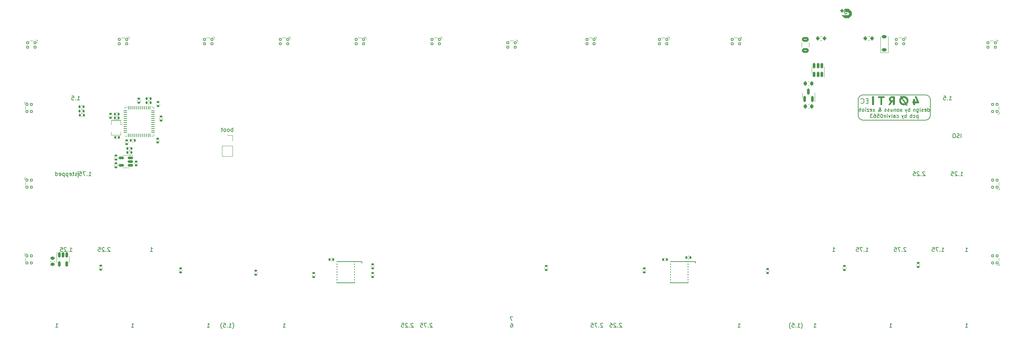
<source format=gbr>
%TF.GenerationSoftware,KiCad,Pcbnew,(7.0.0)*%
%TF.CreationDate,2024-04-06T15:31:58+02:00*%
%TF.ProjectId,forti EC,666f7274-6920-4454-932e-6b696361645f,rev?*%
%TF.SameCoordinates,Original*%
%TF.FileFunction,Legend,Bot*%
%TF.FilePolarity,Positive*%
%FSLAX46Y46*%
G04 Gerber Fmt 4.6, Leading zero omitted, Abs format (unit mm)*
G04 Created by KiCad (PCBNEW (7.0.0)) date 2024-04-06 15:31:58*
%MOMM*%
%LPD*%
G01*
G04 APERTURE LIST*
G04 Aperture macros list*
%AMRoundRect*
0 Rectangle with rounded corners*
0 $1 Rounding radius*
0 $2 $3 $4 $5 $6 $7 $8 $9 X,Y pos of 4 corners*
0 Add a 4 corners polygon primitive as box body*
4,1,4,$2,$3,$4,$5,$6,$7,$8,$9,$2,$3,0*
0 Add four circle primitives for the rounded corners*
1,1,$1+$1,$2,$3*
1,1,$1+$1,$4,$5*
1,1,$1+$1,$6,$7*
1,1,$1+$1,$8,$9*
0 Add four rect primitives between the rounded corners*
20,1,$1+$1,$2,$3,$4,$5,0*
20,1,$1+$1,$4,$5,$6,$7,0*
20,1,$1+$1,$6,$7,$8,$9,0*
20,1,$1+$1,$8,$9,$2,$3,0*%
G04 Aperture macros list end*
%ADD10C,0.150000*%
%ADD11C,0.200000*%
%ADD12C,0.120000*%
%ADD13C,0.170180*%
%ADD14C,0.002540*%
%ADD15C,2.200000*%
%ADD16C,0.650000*%
%ADD17O,1.000000X2.100000*%
%ADD18O,1.000000X1.600000*%
%ADD19RoundRect,0.105000X-0.245000X0.245000X-0.245000X-0.245000X0.245000X-0.245000X0.245000X0.245000X0*%
%ADD20RoundRect,0.135000X-0.185000X0.135000X-0.185000X-0.135000X0.185000X-0.135000X0.185000X0.135000X0*%
%ADD21RoundRect,0.105000X0.245000X0.245000X-0.245000X0.245000X-0.245000X-0.245000X0.245000X-0.245000X0*%
%ADD22RoundRect,0.062500X-0.375000X-0.062500X0.375000X-0.062500X0.375000X0.062500X-0.375000X0.062500X0*%
%ADD23RoundRect,0.062500X-0.062500X-0.375000X0.062500X-0.375000X0.062500X0.375000X-0.062500X0.375000X0*%
%ADD24R,5.600000X5.600000*%
%ADD25RoundRect,0.135000X0.185000X-0.135000X0.185000X0.135000X-0.185000X0.135000X-0.185000X-0.135000X0*%
%ADD26RoundRect,0.200000X-0.200000X-0.275000X0.200000X-0.275000X0.200000X0.275000X-0.200000X0.275000X0*%
%ADD27RoundRect,0.140000X0.140000X0.170000X-0.140000X0.170000X-0.140000X-0.170000X0.140000X-0.170000X0*%
%ADD28RoundRect,0.135000X-0.135000X-0.185000X0.135000X-0.185000X0.135000X0.185000X-0.135000X0.185000X0*%
%ADD29RoundRect,0.140000X0.170000X-0.140000X0.170000X0.140000X-0.170000X0.140000X-0.170000X-0.140000X0*%
%ADD30RoundRect,0.200000X0.200000X0.275000X-0.200000X0.275000X-0.200000X-0.275000X0.200000X-0.275000X0*%
%ADD31R,1.900000X0.400000*%
%ADD32R,1.700000X1.700000*%
%ADD33O,1.700000X1.700000*%
%ADD34RoundRect,0.135000X0.135000X0.185000X-0.135000X0.185000X-0.135000X-0.185000X0.135000X-0.185000X0*%
%ADD35RoundRect,0.150000X0.512500X0.150000X-0.512500X0.150000X-0.512500X-0.150000X0.512500X-0.150000X0*%
%ADD36RoundRect,0.105000X0.245000X-0.245000X0.245000X0.245000X-0.245000X0.245000X-0.245000X-0.245000X0*%
%ADD37R,1.778000X0.419100*%
%ADD38RoundRect,0.150000X-0.150000X0.512500X-0.150000X-0.512500X0.150000X-0.512500X0.150000X0.512500X0*%
%ADD39RoundRect,0.225000X0.375000X-0.225000X0.375000X0.225000X-0.375000X0.225000X-0.375000X-0.225000X0*%
%ADD40RoundRect,0.140000X-0.140000X-0.170000X0.140000X-0.170000X0.140000X0.170000X-0.140000X0.170000X0*%
%ADD41RoundRect,0.140000X-0.170000X0.140000X-0.170000X-0.140000X0.170000X-0.140000X0.170000X0.140000X0*%
%ADD42RoundRect,0.150000X0.150000X-0.587500X0.150000X0.587500X-0.150000X0.587500X-0.150000X-0.587500X0*%
%ADD43RoundRect,0.150000X0.150000X-0.512500X0.150000X0.512500X-0.150000X0.512500X-0.150000X-0.512500X0*%
%ADD44RoundRect,0.225000X0.225000X0.250000X-0.225000X0.250000X-0.225000X-0.250000X0.225000X-0.250000X0*%
%ADD45RoundRect,0.225000X-0.250000X0.225000X-0.250000X-0.225000X0.250000X-0.225000X0.250000X0.225000X0*%
%ADD46RoundRect,0.250000X-0.625000X0.375000X-0.625000X-0.375000X0.625000X-0.375000X0.625000X0.375000X0*%
%ADD47RoundRect,0.225000X-0.225000X-0.250000X0.225000X-0.250000X0.225000X0.250000X-0.225000X0.250000X0*%
G04 APERTURE END LIST*
D10*
X255270000Y-52599908D02*
X255270000Y-48789908D01*
X238360000Y-47519900D02*
G75*
G03*
X237090000Y-48789908I0J-1270000D01*
G01*
X238360000Y-53869908D02*
X254000000Y-53869908D01*
X254000000Y-47519908D02*
X238360000Y-47519908D01*
X254000000Y-53869900D02*
G75*
G03*
X255270000Y-52599908I0J1270000D01*
G01*
X237089992Y-52599908D02*
G75*
G03*
X238360000Y-53869908I1270008J8D01*
G01*
X41120181Y-66675000D02*
X41120181Y-68262500D01*
X237090000Y-48789908D02*
X237090000Y-52599908D01*
X255269992Y-48789908D02*
G75*
G03*
X254000000Y-47519908I-1269992J8D01*
G01*
X150352082Y-103332380D02*
X149685416Y-103332380D01*
X149685416Y-103332380D02*
X150113987Y-104332380D01*
X149828273Y-104952380D02*
X150018749Y-104952380D01*
X150018749Y-104952380D02*
X150113987Y-105000000D01*
X150113987Y-105000000D02*
X150161606Y-105047619D01*
X150161606Y-105047619D02*
X150256844Y-105190476D01*
X150256844Y-105190476D02*
X150304463Y-105380952D01*
X150304463Y-105380952D02*
X150304463Y-105761904D01*
X150304463Y-105761904D02*
X150256844Y-105857142D01*
X150256844Y-105857142D02*
X150209225Y-105904761D01*
X150209225Y-105904761D02*
X150113987Y-105952380D01*
X150113987Y-105952380D02*
X149923511Y-105952380D01*
X149923511Y-105952380D02*
X149828273Y-105904761D01*
X149828273Y-105904761D02*
X149780654Y-105857142D01*
X149780654Y-105857142D02*
X149733035Y-105761904D01*
X149733035Y-105761904D02*
X149733035Y-105523809D01*
X149733035Y-105523809D02*
X149780654Y-105428571D01*
X149780654Y-105428571D02*
X149828273Y-105380952D01*
X149828273Y-105380952D02*
X149923511Y-105333333D01*
X149923511Y-105333333D02*
X150113987Y-105333333D01*
X150113987Y-105333333D02*
X150209225Y-105380952D01*
X150209225Y-105380952D02*
X150256844Y-105428571D01*
X150256844Y-105428571D02*
X150304463Y-105523809D01*
X249126189Y-85981369D02*
X249078570Y-85933750D01*
X249078570Y-85933750D02*
X248983332Y-85886130D01*
X248983332Y-85886130D02*
X248745237Y-85886130D01*
X248745237Y-85886130D02*
X248649999Y-85933750D01*
X248649999Y-85933750D02*
X248602380Y-85981369D01*
X248602380Y-85981369D02*
X248554761Y-86076607D01*
X248554761Y-86076607D02*
X248554761Y-86171845D01*
X248554761Y-86171845D02*
X248602380Y-86314702D01*
X248602380Y-86314702D02*
X249173808Y-86886130D01*
X249173808Y-86886130D02*
X248554761Y-86886130D01*
X248126189Y-86790892D02*
X248078570Y-86838511D01*
X248078570Y-86838511D02*
X248126189Y-86886130D01*
X248126189Y-86886130D02*
X248173808Y-86838511D01*
X248173808Y-86838511D02*
X248126189Y-86790892D01*
X248126189Y-86790892D02*
X248126189Y-86886130D01*
X247745237Y-85886130D02*
X247078571Y-85886130D01*
X247078571Y-85886130D02*
X247507142Y-86886130D01*
X246221428Y-85886130D02*
X246697618Y-85886130D01*
X246697618Y-85886130D02*
X246745237Y-86362321D01*
X246745237Y-86362321D02*
X246697618Y-86314702D01*
X246697618Y-86314702D02*
X246602380Y-86267083D01*
X246602380Y-86267083D02*
X246364285Y-86267083D01*
X246364285Y-86267083D02*
X246269047Y-86314702D01*
X246269047Y-86314702D02*
X246221428Y-86362321D01*
X246221428Y-86362321D02*
X246173809Y-86457559D01*
X246173809Y-86457559D02*
X246173809Y-86695654D01*
X246173809Y-86695654D02*
X246221428Y-86790892D01*
X246221428Y-86790892D02*
X246269047Y-86838511D01*
X246269047Y-86838511D02*
X246364285Y-86886130D01*
X246364285Y-86886130D02*
X246602380Y-86886130D01*
X246602380Y-86886130D02*
X246697618Y-86838511D01*
X246697618Y-86838511D02*
X246745237Y-86790892D01*
X254610000Y-51660550D02*
X254610000Y-50760550D01*
X254610000Y-51617693D02*
X254695714Y-51660550D01*
X254695714Y-51660550D02*
X254867142Y-51660550D01*
X254867142Y-51660550D02*
X254952857Y-51617693D01*
X254952857Y-51617693D02*
X254995714Y-51574836D01*
X254995714Y-51574836D02*
X255038571Y-51489122D01*
X255038571Y-51489122D02*
X255038571Y-51231979D01*
X255038571Y-51231979D02*
X254995714Y-51146265D01*
X254995714Y-51146265D02*
X254952857Y-51103408D01*
X254952857Y-51103408D02*
X254867142Y-51060550D01*
X254867142Y-51060550D02*
X254695714Y-51060550D01*
X254695714Y-51060550D02*
X254610000Y-51103408D01*
X253838571Y-51617693D02*
X253924285Y-51660550D01*
X253924285Y-51660550D02*
X254095714Y-51660550D01*
X254095714Y-51660550D02*
X254181428Y-51617693D01*
X254181428Y-51617693D02*
X254224285Y-51531979D01*
X254224285Y-51531979D02*
X254224285Y-51189122D01*
X254224285Y-51189122D02*
X254181428Y-51103408D01*
X254181428Y-51103408D02*
X254095714Y-51060550D01*
X254095714Y-51060550D02*
X253924285Y-51060550D01*
X253924285Y-51060550D02*
X253838571Y-51103408D01*
X253838571Y-51103408D02*
X253795714Y-51189122D01*
X253795714Y-51189122D02*
X253795714Y-51274836D01*
X253795714Y-51274836D02*
X254224285Y-51360550D01*
X253452856Y-51617693D02*
X253367142Y-51660550D01*
X253367142Y-51660550D02*
X253195713Y-51660550D01*
X253195713Y-51660550D02*
X253109999Y-51617693D01*
X253109999Y-51617693D02*
X253067142Y-51531979D01*
X253067142Y-51531979D02*
X253067142Y-51489122D01*
X253067142Y-51489122D02*
X253109999Y-51403408D01*
X253109999Y-51403408D02*
X253195713Y-51360550D01*
X253195713Y-51360550D02*
X253324285Y-51360550D01*
X253324285Y-51360550D02*
X253409999Y-51317693D01*
X253409999Y-51317693D02*
X253452856Y-51231979D01*
X253452856Y-51231979D02*
X253452856Y-51189122D01*
X253452856Y-51189122D02*
X253409999Y-51103408D01*
X253409999Y-51103408D02*
X253324285Y-51060550D01*
X253324285Y-51060550D02*
X253195713Y-51060550D01*
X253195713Y-51060550D02*
X253109999Y-51103408D01*
X252681428Y-51660550D02*
X252681428Y-51060550D01*
X252681428Y-50760550D02*
X252724285Y-50803408D01*
X252724285Y-50803408D02*
X252681428Y-50846265D01*
X252681428Y-50846265D02*
X252638571Y-50803408D01*
X252638571Y-50803408D02*
X252681428Y-50760550D01*
X252681428Y-50760550D02*
X252681428Y-50846265D01*
X251867143Y-51060550D02*
X251867143Y-51789122D01*
X251867143Y-51789122D02*
X251910000Y-51874836D01*
X251910000Y-51874836D02*
X251952857Y-51917693D01*
X251952857Y-51917693D02*
X252038571Y-51960550D01*
X252038571Y-51960550D02*
X252167143Y-51960550D01*
X252167143Y-51960550D02*
X252252857Y-51917693D01*
X251867143Y-51617693D02*
X251952857Y-51660550D01*
X251952857Y-51660550D02*
X252124285Y-51660550D01*
X252124285Y-51660550D02*
X252210000Y-51617693D01*
X252210000Y-51617693D02*
X252252857Y-51574836D01*
X252252857Y-51574836D02*
X252295714Y-51489122D01*
X252295714Y-51489122D02*
X252295714Y-51231979D01*
X252295714Y-51231979D02*
X252252857Y-51146265D01*
X252252857Y-51146265D02*
X252210000Y-51103408D01*
X252210000Y-51103408D02*
X252124285Y-51060550D01*
X252124285Y-51060550D02*
X251952857Y-51060550D01*
X251952857Y-51060550D02*
X251867143Y-51103408D01*
X251438571Y-51060550D02*
X251438571Y-51660550D01*
X251438571Y-51146265D02*
X251395714Y-51103408D01*
X251395714Y-51103408D02*
X251309999Y-51060550D01*
X251309999Y-51060550D02*
X251181428Y-51060550D01*
X251181428Y-51060550D02*
X251095714Y-51103408D01*
X251095714Y-51103408D02*
X251052857Y-51189122D01*
X251052857Y-51189122D02*
X251052857Y-51660550D01*
X250084285Y-51660550D02*
X250084285Y-50760550D01*
X250084285Y-51103408D02*
X249998571Y-51060550D01*
X249998571Y-51060550D02*
X249827142Y-51060550D01*
X249827142Y-51060550D02*
X249741428Y-51103408D01*
X249741428Y-51103408D02*
X249698571Y-51146265D01*
X249698571Y-51146265D02*
X249655713Y-51231979D01*
X249655713Y-51231979D02*
X249655713Y-51489122D01*
X249655713Y-51489122D02*
X249698571Y-51574836D01*
X249698571Y-51574836D02*
X249741428Y-51617693D01*
X249741428Y-51617693D02*
X249827142Y-51660550D01*
X249827142Y-51660550D02*
X249998571Y-51660550D01*
X249998571Y-51660550D02*
X250084285Y-51617693D01*
X249355713Y-51060550D02*
X249141427Y-51660550D01*
X248927142Y-51060550D02*
X249141427Y-51660550D01*
X249141427Y-51660550D02*
X249227142Y-51874836D01*
X249227142Y-51874836D02*
X249269999Y-51917693D01*
X249269999Y-51917693D02*
X249355713Y-51960550D01*
X248129999Y-51660550D02*
X247658571Y-51060550D01*
X248129999Y-51060550D02*
X247658571Y-51660550D01*
X247187142Y-51660550D02*
X247272857Y-51617693D01*
X247272857Y-51617693D02*
X247315714Y-51574836D01*
X247315714Y-51574836D02*
X247358571Y-51489122D01*
X247358571Y-51489122D02*
X247358571Y-51231979D01*
X247358571Y-51231979D02*
X247315714Y-51146265D01*
X247315714Y-51146265D02*
X247272857Y-51103408D01*
X247272857Y-51103408D02*
X247187142Y-51060550D01*
X247187142Y-51060550D02*
X247058571Y-51060550D01*
X247058571Y-51060550D02*
X246972857Y-51103408D01*
X246972857Y-51103408D02*
X246930000Y-51146265D01*
X246930000Y-51146265D02*
X246887142Y-51231979D01*
X246887142Y-51231979D02*
X246887142Y-51489122D01*
X246887142Y-51489122D02*
X246930000Y-51574836D01*
X246930000Y-51574836D02*
X246972857Y-51617693D01*
X246972857Y-51617693D02*
X247058571Y-51660550D01*
X247058571Y-51660550D02*
X247187142Y-51660550D01*
X246501428Y-51060550D02*
X246501428Y-51660550D01*
X246501428Y-51146265D02*
X246458571Y-51103408D01*
X246458571Y-51103408D02*
X246372856Y-51060550D01*
X246372856Y-51060550D02*
X246244285Y-51060550D01*
X246244285Y-51060550D02*
X246158571Y-51103408D01*
X246158571Y-51103408D02*
X246115714Y-51189122D01*
X246115714Y-51189122D02*
X246115714Y-51660550D01*
X245301428Y-51060550D02*
X245301428Y-51660550D01*
X245687142Y-51060550D02*
X245687142Y-51531979D01*
X245687142Y-51531979D02*
X245644285Y-51617693D01*
X245644285Y-51617693D02*
X245558570Y-51660550D01*
X245558570Y-51660550D02*
X245429999Y-51660550D01*
X245429999Y-51660550D02*
X245344285Y-51617693D01*
X245344285Y-51617693D02*
X245301428Y-51574836D01*
X244915713Y-51617693D02*
X244829999Y-51660550D01*
X244829999Y-51660550D02*
X244658570Y-51660550D01*
X244658570Y-51660550D02*
X244572856Y-51617693D01*
X244572856Y-51617693D02*
X244529999Y-51531979D01*
X244529999Y-51531979D02*
X244529999Y-51489122D01*
X244529999Y-51489122D02*
X244572856Y-51403408D01*
X244572856Y-51403408D02*
X244658570Y-51360550D01*
X244658570Y-51360550D02*
X244787142Y-51360550D01*
X244787142Y-51360550D02*
X244872856Y-51317693D01*
X244872856Y-51317693D02*
X244915713Y-51231979D01*
X244915713Y-51231979D02*
X244915713Y-51189122D01*
X244915713Y-51189122D02*
X244872856Y-51103408D01*
X244872856Y-51103408D02*
X244787142Y-51060550D01*
X244787142Y-51060550D02*
X244658570Y-51060550D01*
X244658570Y-51060550D02*
X244572856Y-51103408D01*
X244187142Y-51617693D02*
X244101428Y-51660550D01*
X244101428Y-51660550D02*
X243929999Y-51660550D01*
X243929999Y-51660550D02*
X243844285Y-51617693D01*
X243844285Y-51617693D02*
X243801428Y-51531979D01*
X243801428Y-51531979D02*
X243801428Y-51489122D01*
X243801428Y-51489122D02*
X243844285Y-51403408D01*
X243844285Y-51403408D02*
X243929999Y-51360550D01*
X243929999Y-51360550D02*
X244058571Y-51360550D01*
X244058571Y-51360550D02*
X244144285Y-51317693D01*
X244144285Y-51317693D02*
X244187142Y-51231979D01*
X244187142Y-51231979D02*
X244187142Y-51189122D01*
X244187142Y-51189122D02*
X244144285Y-51103408D01*
X244144285Y-51103408D02*
X244058571Y-51060550D01*
X244058571Y-51060550D02*
X243929999Y-51060550D01*
X243929999Y-51060550D02*
X243844285Y-51103408D01*
X242147142Y-51660550D02*
X242190000Y-51660550D01*
X242190000Y-51660550D02*
X242275714Y-51617693D01*
X242275714Y-51617693D02*
X242404285Y-51489122D01*
X242404285Y-51489122D02*
X242618571Y-51231979D01*
X242618571Y-51231979D02*
X242704285Y-51103408D01*
X242704285Y-51103408D02*
X242747142Y-50974836D01*
X242747142Y-50974836D02*
X242747142Y-50889122D01*
X242747142Y-50889122D02*
X242704285Y-50803408D01*
X242704285Y-50803408D02*
X242618571Y-50760550D01*
X242618571Y-50760550D02*
X242575714Y-50760550D01*
X242575714Y-50760550D02*
X242490000Y-50803408D01*
X242490000Y-50803408D02*
X242447142Y-50889122D01*
X242447142Y-50889122D02*
X242447142Y-50931979D01*
X242447142Y-50931979D02*
X242490000Y-51017693D01*
X242490000Y-51017693D02*
X242532857Y-51060550D01*
X242532857Y-51060550D02*
X242790000Y-51231979D01*
X242790000Y-51231979D02*
X242832857Y-51274836D01*
X242832857Y-51274836D02*
X242875714Y-51360550D01*
X242875714Y-51360550D02*
X242875714Y-51489122D01*
X242875714Y-51489122D02*
X242832857Y-51574836D01*
X242832857Y-51574836D02*
X242790000Y-51617693D01*
X242790000Y-51617693D02*
X242704285Y-51660550D01*
X242704285Y-51660550D02*
X242575714Y-51660550D01*
X242575714Y-51660550D02*
X242490000Y-51617693D01*
X242490000Y-51617693D02*
X242447142Y-51574836D01*
X242447142Y-51574836D02*
X242318571Y-51403408D01*
X242318571Y-51403408D02*
X242275714Y-51274836D01*
X242275714Y-51274836D02*
X242275714Y-51189122D01*
X241307142Y-51660550D02*
X240835714Y-51060550D01*
X241307142Y-51060550D02*
X240835714Y-51660550D01*
X240150000Y-51617693D02*
X240235714Y-51660550D01*
X240235714Y-51660550D02*
X240407143Y-51660550D01*
X240407143Y-51660550D02*
X240492857Y-51617693D01*
X240492857Y-51617693D02*
X240535714Y-51531979D01*
X240535714Y-51531979D02*
X240535714Y-51189122D01*
X240535714Y-51189122D02*
X240492857Y-51103408D01*
X240492857Y-51103408D02*
X240407143Y-51060550D01*
X240407143Y-51060550D02*
X240235714Y-51060550D01*
X240235714Y-51060550D02*
X240150000Y-51103408D01*
X240150000Y-51103408D02*
X240107143Y-51189122D01*
X240107143Y-51189122D02*
X240107143Y-51274836D01*
X240107143Y-51274836D02*
X240535714Y-51360550D01*
X239807142Y-51060550D02*
X239335714Y-51060550D01*
X239335714Y-51060550D02*
X239807142Y-51660550D01*
X239807142Y-51660550D02*
X239335714Y-51660550D01*
X238992857Y-51660550D02*
X238992857Y-51060550D01*
X238992857Y-50760550D02*
X239035714Y-50803408D01*
X239035714Y-50803408D02*
X238992857Y-50846265D01*
X238992857Y-50846265D02*
X238950000Y-50803408D01*
X238950000Y-50803408D02*
X238992857Y-50760550D01*
X238992857Y-50760550D02*
X238992857Y-50846265D01*
X238435714Y-51660550D02*
X238521429Y-51617693D01*
X238521429Y-51617693D02*
X238564286Y-51574836D01*
X238564286Y-51574836D02*
X238607143Y-51489122D01*
X238607143Y-51489122D02*
X238607143Y-51231979D01*
X238607143Y-51231979D02*
X238564286Y-51146265D01*
X238564286Y-51146265D02*
X238521429Y-51103408D01*
X238521429Y-51103408D02*
X238435714Y-51060550D01*
X238435714Y-51060550D02*
X238307143Y-51060550D01*
X238307143Y-51060550D02*
X238221429Y-51103408D01*
X238221429Y-51103408D02*
X238178572Y-51146265D01*
X238178572Y-51146265D02*
X238135714Y-51231979D01*
X238135714Y-51231979D02*
X238135714Y-51489122D01*
X238135714Y-51489122D02*
X238178572Y-51574836D01*
X238178572Y-51574836D02*
X238221429Y-51617693D01*
X238221429Y-51617693D02*
X238307143Y-51660550D01*
X238307143Y-51660550D02*
X238435714Y-51660550D01*
X237750000Y-51660550D02*
X237750000Y-50760550D01*
X237364286Y-51660550D02*
X237364286Y-51189122D01*
X237364286Y-51189122D02*
X237407143Y-51103408D01*
X237407143Y-51103408D02*
X237492857Y-51060550D01*
X237492857Y-51060550D02*
X237621428Y-51060550D01*
X237621428Y-51060550D02*
X237707143Y-51103408D01*
X237707143Y-51103408D02*
X237750000Y-51146265D01*
X130063689Y-105031369D02*
X130016070Y-104983750D01*
X130016070Y-104983750D02*
X129920832Y-104936130D01*
X129920832Y-104936130D02*
X129682737Y-104936130D01*
X129682737Y-104936130D02*
X129587499Y-104983750D01*
X129587499Y-104983750D02*
X129539880Y-105031369D01*
X129539880Y-105031369D02*
X129492261Y-105126607D01*
X129492261Y-105126607D02*
X129492261Y-105221845D01*
X129492261Y-105221845D02*
X129539880Y-105364702D01*
X129539880Y-105364702D02*
X130111308Y-105936130D01*
X130111308Y-105936130D02*
X129492261Y-105936130D01*
X129063689Y-105840892D02*
X129016070Y-105888511D01*
X129016070Y-105888511D02*
X129063689Y-105936130D01*
X129063689Y-105936130D02*
X129111308Y-105888511D01*
X129111308Y-105888511D02*
X129063689Y-105840892D01*
X129063689Y-105840892D02*
X129063689Y-105936130D01*
X128682737Y-104936130D02*
X128016071Y-104936130D01*
X128016071Y-104936130D02*
X128444642Y-105936130D01*
X127158928Y-104936130D02*
X127635118Y-104936130D01*
X127635118Y-104936130D02*
X127682737Y-105412321D01*
X127682737Y-105412321D02*
X127635118Y-105364702D01*
X127635118Y-105364702D02*
X127539880Y-105317083D01*
X127539880Y-105317083D02*
X127301785Y-105317083D01*
X127301785Y-105317083D02*
X127206547Y-105364702D01*
X127206547Y-105364702D02*
X127158928Y-105412321D01*
X127158928Y-105412321D02*
X127111309Y-105507559D01*
X127111309Y-105507559D02*
X127111309Y-105745654D01*
X127111309Y-105745654D02*
X127158928Y-105840892D01*
X127158928Y-105840892D02*
X127206547Y-105888511D01*
X127206547Y-105888511D02*
X127301785Y-105936130D01*
X127301785Y-105936130D02*
X127539880Y-105936130D01*
X127539880Y-105936130D02*
X127635118Y-105888511D01*
X127635118Y-105888511D02*
X127682737Y-105840892D01*
X59245535Y-86886130D02*
X59816963Y-86886130D01*
X59531249Y-86886130D02*
X59531249Y-85886130D01*
X59531249Y-85886130D02*
X59626487Y-86028988D01*
X59626487Y-86028988D02*
X59721725Y-86124226D01*
X59721725Y-86124226D02*
X59816963Y-86171845D01*
X79914583Y-106317083D02*
X79962202Y-106269464D01*
X79962202Y-106269464D02*
X80057440Y-106126607D01*
X80057440Y-106126607D02*
X80105059Y-106031369D01*
X80105059Y-106031369D02*
X80152678Y-105888511D01*
X80152678Y-105888511D02*
X80200297Y-105650416D01*
X80200297Y-105650416D02*
X80200297Y-105459940D01*
X80200297Y-105459940D02*
X80152678Y-105221845D01*
X80152678Y-105221845D02*
X80105059Y-105078988D01*
X80105059Y-105078988D02*
X80057440Y-104983750D01*
X80057440Y-104983750D02*
X79962202Y-104840892D01*
X79962202Y-104840892D02*
X79914583Y-104793273D01*
X79009821Y-105936130D02*
X79581249Y-105936130D01*
X79295535Y-105936130D02*
X79295535Y-104936130D01*
X79295535Y-104936130D02*
X79390773Y-105078988D01*
X79390773Y-105078988D02*
X79486011Y-105174226D01*
X79486011Y-105174226D02*
X79581249Y-105221845D01*
X78581249Y-105840892D02*
X78533630Y-105888511D01*
X78533630Y-105888511D02*
X78581249Y-105936130D01*
X78581249Y-105936130D02*
X78628868Y-105888511D01*
X78628868Y-105888511D02*
X78581249Y-105840892D01*
X78581249Y-105840892D02*
X78581249Y-105936130D01*
X77628869Y-104936130D02*
X78105059Y-104936130D01*
X78105059Y-104936130D02*
X78152678Y-105412321D01*
X78152678Y-105412321D02*
X78105059Y-105364702D01*
X78105059Y-105364702D02*
X78009821Y-105317083D01*
X78009821Y-105317083D02*
X77771726Y-105317083D01*
X77771726Y-105317083D02*
X77676488Y-105364702D01*
X77676488Y-105364702D02*
X77628869Y-105412321D01*
X77628869Y-105412321D02*
X77581250Y-105507559D01*
X77581250Y-105507559D02*
X77581250Y-105745654D01*
X77581250Y-105745654D02*
X77628869Y-105840892D01*
X77628869Y-105840892D02*
X77676488Y-105888511D01*
X77676488Y-105888511D02*
X77771726Y-105936130D01*
X77771726Y-105936130D02*
X78009821Y-105936130D01*
X78009821Y-105936130D02*
X78105059Y-105888511D01*
X78105059Y-105888511D02*
X78152678Y-105840892D01*
X77247916Y-106317083D02*
X77200297Y-106269464D01*
X77200297Y-106269464D02*
X77105059Y-106126607D01*
X77105059Y-106126607D02*
X77057440Y-106031369D01*
X77057440Y-106031369D02*
X77009821Y-105888511D01*
X77009821Y-105888511D02*
X76962202Y-105650416D01*
X76962202Y-105650416D02*
X76962202Y-105459940D01*
X76962202Y-105459940D02*
X77009821Y-105221845D01*
X77009821Y-105221845D02*
X77057440Y-105078988D01*
X77057440Y-105078988D02*
X77105059Y-104983750D01*
X77105059Y-104983750D02*
X77200297Y-104840892D01*
X77200297Y-104840892D02*
X77247916Y-104793273D01*
X264033035Y-105936130D02*
X264604463Y-105936130D01*
X264318749Y-105936130D02*
X264318749Y-104936130D01*
X264318749Y-104936130D02*
X264413987Y-105078988D01*
X264413987Y-105078988D02*
X264509225Y-105174226D01*
X264509225Y-105174226D02*
X264604463Y-105221845D01*
X49101189Y-85981369D02*
X49053570Y-85933750D01*
X49053570Y-85933750D02*
X48958332Y-85886130D01*
X48958332Y-85886130D02*
X48720237Y-85886130D01*
X48720237Y-85886130D02*
X48624999Y-85933750D01*
X48624999Y-85933750D02*
X48577380Y-85981369D01*
X48577380Y-85981369D02*
X48529761Y-86076607D01*
X48529761Y-86076607D02*
X48529761Y-86171845D01*
X48529761Y-86171845D02*
X48577380Y-86314702D01*
X48577380Y-86314702D02*
X49148808Y-86886130D01*
X49148808Y-86886130D02*
X48529761Y-86886130D01*
X48101189Y-86790892D02*
X48053570Y-86838511D01*
X48053570Y-86838511D02*
X48101189Y-86886130D01*
X48101189Y-86886130D02*
X48148808Y-86838511D01*
X48148808Y-86838511D02*
X48101189Y-86790892D01*
X48101189Y-86790892D02*
X48101189Y-86886130D01*
X47672618Y-85981369D02*
X47624999Y-85933750D01*
X47624999Y-85933750D02*
X47529761Y-85886130D01*
X47529761Y-85886130D02*
X47291666Y-85886130D01*
X47291666Y-85886130D02*
X47196428Y-85933750D01*
X47196428Y-85933750D02*
X47148809Y-85981369D01*
X47148809Y-85981369D02*
X47101190Y-86076607D01*
X47101190Y-86076607D02*
X47101190Y-86171845D01*
X47101190Y-86171845D02*
X47148809Y-86314702D01*
X47148809Y-86314702D02*
X47720237Y-86886130D01*
X47720237Y-86886130D02*
X47101190Y-86886130D01*
X46196428Y-85886130D02*
X46672618Y-85886130D01*
X46672618Y-85886130D02*
X46720237Y-86362321D01*
X46720237Y-86362321D02*
X46672618Y-86314702D01*
X46672618Y-86314702D02*
X46577380Y-86267083D01*
X46577380Y-86267083D02*
X46339285Y-86267083D01*
X46339285Y-86267083D02*
X46244047Y-86314702D01*
X46244047Y-86314702D02*
X46196428Y-86362321D01*
X46196428Y-86362321D02*
X46148809Y-86457559D01*
X46148809Y-86457559D02*
X46148809Y-86695654D01*
X46148809Y-86695654D02*
X46196428Y-86790892D01*
X46196428Y-86790892D02*
X46244047Y-86838511D01*
X46244047Y-86838511D02*
X46339285Y-86886130D01*
X46339285Y-86886130D02*
X46577380Y-86886130D01*
X46577380Y-86886130D02*
X46672618Y-86838511D01*
X46672618Y-86838511D02*
X46720237Y-86790892D01*
X35433035Y-105936130D02*
X36004463Y-105936130D01*
X35718749Y-105936130D02*
X35718749Y-104936130D01*
X35718749Y-104936130D02*
X35813987Y-105078988D01*
X35813987Y-105078988D02*
X35909225Y-105174226D01*
X35909225Y-105174226D02*
X36004463Y-105221845D01*
X125301189Y-105031369D02*
X125253570Y-104983750D01*
X125253570Y-104983750D02*
X125158332Y-104936130D01*
X125158332Y-104936130D02*
X124920237Y-104936130D01*
X124920237Y-104936130D02*
X124824999Y-104983750D01*
X124824999Y-104983750D02*
X124777380Y-105031369D01*
X124777380Y-105031369D02*
X124729761Y-105126607D01*
X124729761Y-105126607D02*
X124729761Y-105221845D01*
X124729761Y-105221845D02*
X124777380Y-105364702D01*
X124777380Y-105364702D02*
X125348808Y-105936130D01*
X125348808Y-105936130D02*
X124729761Y-105936130D01*
X124301189Y-105840892D02*
X124253570Y-105888511D01*
X124253570Y-105888511D02*
X124301189Y-105936130D01*
X124301189Y-105936130D02*
X124348808Y-105888511D01*
X124348808Y-105888511D02*
X124301189Y-105840892D01*
X124301189Y-105840892D02*
X124301189Y-105936130D01*
X123872618Y-105031369D02*
X123824999Y-104983750D01*
X123824999Y-104983750D02*
X123729761Y-104936130D01*
X123729761Y-104936130D02*
X123491666Y-104936130D01*
X123491666Y-104936130D02*
X123396428Y-104983750D01*
X123396428Y-104983750D02*
X123348809Y-105031369D01*
X123348809Y-105031369D02*
X123301190Y-105126607D01*
X123301190Y-105126607D02*
X123301190Y-105221845D01*
X123301190Y-105221845D02*
X123348809Y-105364702D01*
X123348809Y-105364702D02*
X123920237Y-105936130D01*
X123920237Y-105936130D02*
X123301190Y-105936130D01*
X122396428Y-104936130D02*
X122872618Y-104936130D01*
X122872618Y-104936130D02*
X122920237Y-105412321D01*
X122920237Y-105412321D02*
X122872618Y-105364702D01*
X122872618Y-105364702D02*
X122777380Y-105317083D01*
X122777380Y-105317083D02*
X122539285Y-105317083D01*
X122539285Y-105317083D02*
X122444047Y-105364702D01*
X122444047Y-105364702D02*
X122396428Y-105412321D01*
X122396428Y-105412321D02*
X122348809Y-105507559D01*
X122348809Y-105507559D02*
X122348809Y-105745654D01*
X122348809Y-105745654D02*
X122396428Y-105840892D01*
X122396428Y-105840892D02*
X122444047Y-105888511D01*
X122444047Y-105888511D02*
X122539285Y-105936130D01*
X122539285Y-105936130D02*
X122777380Y-105936130D01*
X122777380Y-105936130D02*
X122872618Y-105888511D01*
X122872618Y-105888511D02*
X122920237Y-105840892D01*
X262937499Y-58311130D02*
X262937499Y-57311130D01*
X262508928Y-58263511D02*
X262366071Y-58311130D01*
X262366071Y-58311130D02*
X262127976Y-58311130D01*
X262127976Y-58311130D02*
X262032738Y-58263511D01*
X262032738Y-58263511D02*
X261985119Y-58215892D01*
X261985119Y-58215892D02*
X261937500Y-58120654D01*
X261937500Y-58120654D02*
X261937500Y-58025416D01*
X261937500Y-58025416D02*
X261985119Y-57930178D01*
X261985119Y-57930178D02*
X262032738Y-57882559D01*
X262032738Y-57882559D02*
X262127976Y-57834940D01*
X262127976Y-57834940D02*
X262318452Y-57787321D01*
X262318452Y-57787321D02*
X262413690Y-57739702D01*
X262413690Y-57739702D02*
X262461309Y-57692083D01*
X262461309Y-57692083D02*
X262508928Y-57596845D01*
X262508928Y-57596845D02*
X262508928Y-57501607D01*
X262508928Y-57501607D02*
X262461309Y-57406369D01*
X262461309Y-57406369D02*
X262413690Y-57358750D01*
X262413690Y-57358750D02*
X262318452Y-57311130D01*
X262318452Y-57311130D02*
X262080357Y-57311130D01*
X262080357Y-57311130D02*
X261937500Y-57358750D01*
X261318452Y-57311130D02*
X261127976Y-57311130D01*
X261127976Y-57311130D02*
X261032738Y-57358750D01*
X261032738Y-57358750D02*
X260937500Y-57453988D01*
X260937500Y-57453988D02*
X260889881Y-57644464D01*
X260889881Y-57644464D02*
X260889881Y-57977797D01*
X260889881Y-57977797D02*
X260937500Y-58168273D01*
X260937500Y-58168273D02*
X261032738Y-58263511D01*
X261032738Y-58263511D02*
X261127976Y-58311130D01*
X261127976Y-58311130D02*
X261318452Y-58311130D01*
X261318452Y-58311130D02*
X261413690Y-58263511D01*
X261413690Y-58263511D02*
X261508928Y-58168273D01*
X261508928Y-58168273D02*
X261556547Y-57977797D01*
X261556547Y-57977797D02*
X261556547Y-57644464D01*
X261556547Y-57644464D02*
X261508928Y-57453988D01*
X261508928Y-57453988D02*
X261413690Y-57358750D01*
X261413690Y-57358750D02*
X261318452Y-57311130D01*
X39004761Y-86886130D02*
X39576189Y-86886130D01*
X39290475Y-86886130D02*
X39290475Y-85886130D01*
X39290475Y-85886130D02*
X39385713Y-86028988D01*
X39385713Y-86028988D02*
X39480951Y-86124226D01*
X39480951Y-86124226D02*
X39576189Y-86171845D01*
X38576189Y-86790892D02*
X38528570Y-86838511D01*
X38528570Y-86838511D02*
X38576189Y-86886130D01*
X38576189Y-86886130D02*
X38623808Y-86838511D01*
X38623808Y-86838511D02*
X38576189Y-86790892D01*
X38576189Y-86790892D02*
X38576189Y-86886130D01*
X38147618Y-85981369D02*
X38099999Y-85933750D01*
X38099999Y-85933750D02*
X38004761Y-85886130D01*
X38004761Y-85886130D02*
X37766666Y-85886130D01*
X37766666Y-85886130D02*
X37671428Y-85933750D01*
X37671428Y-85933750D02*
X37623809Y-85981369D01*
X37623809Y-85981369D02*
X37576190Y-86076607D01*
X37576190Y-86076607D02*
X37576190Y-86171845D01*
X37576190Y-86171845D02*
X37623809Y-86314702D01*
X37623809Y-86314702D02*
X38195237Y-86886130D01*
X38195237Y-86886130D02*
X37576190Y-86886130D01*
X36671428Y-85886130D02*
X37147618Y-85886130D01*
X37147618Y-85886130D02*
X37195237Y-86362321D01*
X37195237Y-86362321D02*
X37147618Y-86314702D01*
X37147618Y-86314702D02*
X37052380Y-86267083D01*
X37052380Y-86267083D02*
X36814285Y-86267083D01*
X36814285Y-86267083D02*
X36719047Y-86314702D01*
X36719047Y-86314702D02*
X36671428Y-86362321D01*
X36671428Y-86362321D02*
X36623809Y-86457559D01*
X36623809Y-86457559D02*
X36623809Y-86695654D01*
X36623809Y-86695654D02*
X36671428Y-86790892D01*
X36671428Y-86790892D02*
X36719047Y-86838511D01*
X36719047Y-86838511D02*
X36814285Y-86886130D01*
X36814285Y-86886130D02*
X37052380Y-86886130D01*
X37052380Y-86886130D02*
X37147618Y-86838511D01*
X37147618Y-86838511D02*
X37195237Y-86790892D01*
X222789583Y-106317083D02*
X222837202Y-106269464D01*
X222837202Y-106269464D02*
X222932440Y-106126607D01*
X222932440Y-106126607D02*
X222980059Y-106031369D01*
X222980059Y-106031369D02*
X223027678Y-105888511D01*
X223027678Y-105888511D02*
X223075297Y-105650416D01*
X223075297Y-105650416D02*
X223075297Y-105459940D01*
X223075297Y-105459940D02*
X223027678Y-105221845D01*
X223027678Y-105221845D02*
X222980059Y-105078988D01*
X222980059Y-105078988D02*
X222932440Y-104983750D01*
X222932440Y-104983750D02*
X222837202Y-104840892D01*
X222837202Y-104840892D02*
X222789583Y-104793273D01*
X221884821Y-105936130D02*
X222456249Y-105936130D01*
X222170535Y-105936130D02*
X222170535Y-104936130D01*
X222170535Y-104936130D02*
X222265773Y-105078988D01*
X222265773Y-105078988D02*
X222361011Y-105174226D01*
X222361011Y-105174226D02*
X222456249Y-105221845D01*
X221456249Y-105840892D02*
X221408630Y-105888511D01*
X221408630Y-105888511D02*
X221456249Y-105936130D01*
X221456249Y-105936130D02*
X221503868Y-105888511D01*
X221503868Y-105888511D02*
X221456249Y-105840892D01*
X221456249Y-105840892D02*
X221456249Y-105936130D01*
X220503869Y-104936130D02*
X220980059Y-104936130D01*
X220980059Y-104936130D02*
X221027678Y-105412321D01*
X221027678Y-105412321D02*
X220980059Y-105364702D01*
X220980059Y-105364702D02*
X220884821Y-105317083D01*
X220884821Y-105317083D02*
X220646726Y-105317083D01*
X220646726Y-105317083D02*
X220551488Y-105364702D01*
X220551488Y-105364702D02*
X220503869Y-105412321D01*
X220503869Y-105412321D02*
X220456250Y-105507559D01*
X220456250Y-105507559D02*
X220456250Y-105745654D01*
X220456250Y-105745654D02*
X220503869Y-105840892D01*
X220503869Y-105840892D02*
X220551488Y-105888511D01*
X220551488Y-105888511D02*
X220646726Y-105936130D01*
X220646726Y-105936130D02*
X220884821Y-105936130D01*
X220884821Y-105936130D02*
X220980059Y-105888511D01*
X220980059Y-105888511D02*
X221027678Y-105840892D01*
X220122916Y-106317083D02*
X220075297Y-106269464D01*
X220075297Y-106269464D02*
X219980059Y-106126607D01*
X219980059Y-106126607D02*
X219932440Y-106031369D01*
X219932440Y-106031369D02*
X219884821Y-105888511D01*
X219884821Y-105888511D02*
X219837202Y-105650416D01*
X219837202Y-105650416D02*
X219837202Y-105459940D01*
X219837202Y-105459940D02*
X219884821Y-105221845D01*
X219884821Y-105221845D02*
X219932440Y-105078988D01*
X219932440Y-105078988D02*
X219980059Y-104983750D01*
X219980059Y-104983750D02*
X220075297Y-104840892D01*
X220075297Y-104840892D02*
X220122916Y-104793273D01*
X172926189Y-105031369D02*
X172878570Y-104983750D01*
X172878570Y-104983750D02*
X172783332Y-104936130D01*
X172783332Y-104936130D02*
X172545237Y-104936130D01*
X172545237Y-104936130D02*
X172449999Y-104983750D01*
X172449999Y-104983750D02*
X172402380Y-105031369D01*
X172402380Y-105031369D02*
X172354761Y-105126607D01*
X172354761Y-105126607D02*
X172354761Y-105221845D01*
X172354761Y-105221845D02*
X172402380Y-105364702D01*
X172402380Y-105364702D02*
X172973808Y-105936130D01*
X172973808Y-105936130D02*
X172354761Y-105936130D01*
X171926189Y-105840892D02*
X171878570Y-105888511D01*
X171878570Y-105888511D02*
X171926189Y-105936130D01*
X171926189Y-105936130D02*
X171973808Y-105888511D01*
X171973808Y-105888511D02*
X171926189Y-105840892D01*
X171926189Y-105840892D02*
X171926189Y-105936130D01*
X171545237Y-104936130D02*
X170878571Y-104936130D01*
X170878571Y-104936130D02*
X171307142Y-105936130D01*
X170021428Y-104936130D02*
X170497618Y-104936130D01*
X170497618Y-104936130D02*
X170545237Y-105412321D01*
X170545237Y-105412321D02*
X170497618Y-105364702D01*
X170497618Y-105364702D02*
X170402380Y-105317083D01*
X170402380Y-105317083D02*
X170164285Y-105317083D01*
X170164285Y-105317083D02*
X170069047Y-105364702D01*
X170069047Y-105364702D02*
X170021428Y-105412321D01*
X170021428Y-105412321D02*
X169973809Y-105507559D01*
X169973809Y-105507559D02*
X169973809Y-105745654D01*
X169973809Y-105745654D02*
X170021428Y-105840892D01*
X170021428Y-105840892D02*
X170069047Y-105888511D01*
X170069047Y-105888511D02*
X170164285Y-105936130D01*
X170164285Y-105936130D02*
X170402380Y-105936130D01*
X170402380Y-105936130D02*
X170497618Y-105888511D01*
X170497618Y-105888511D02*
X170545237Y-105840892D01*
X252162858Y-52648050D02*
X252162858Y-53548050D01*
X252162858Y-52690908D02*
X252077144Y-52648050D01*
X252077144Y-52648050D02*
X251905715Y-52648050D01*
X251905715Y-52648050D02*
X251820001Y-52690908D01*
X251820001Y-52690908D02*
X251777144Y-52733765D01*
X251777144Y-52733765D02*
X251734286Y-52819479D01*
X251734286Y-52819479D02*
X251734286Y-53076622D01*
X251734286Y-53076622D02*
X251777144Y-53162336D01*
X251777144Y-53162336D02*
X251820001Y-53205193D01*
X251820001Y-53205193D02*
X251905715Y-53248050D01*
X251905715Y-53248050D02*
X252077144Y-53248050D01*
X252077144Y-53248050D02*
X252162858Y-53205193D01*
X250962858Y-53205193D02*
X251048572Y-53248050D01*
X251048572Y-53248050D02*
X251220000Y-53248050D01*
X251220000Y-53248050D02*
X251305715Y-53205193D01*
X251305715Y-53205193D02*
X251348572Y-53162336D01*
X251348572Y-53162336D02*
X251391429Y-53076622D01*
X251391429Y-53076622D02*
X251391429Y-52819479D01*
X251391429Y-52819479D02*
X251348572Y-52733765D01*
X251348572Y-52733765D02*
X251305715Y-52690908D01*
X251305715Y-52690908D02*
X251220000Y-52648050D01*
X251220000Y-52648050D02*
X251048572Y-52648050D01*
X251048572Y-52648050D02*
X250962858Y-52690908D01*
X250577143Y-53248050D02*
X250577143Y-52348050D01*
X250577143Y-52690908D02*
X250491429Y-52648050D01*
X250491429Y-52648050D02*
X250320000Y-52648050D01*
X250320000Y-52648050D02*
X250234286Y-52690908D01*
X250234286Y-52690908D02*
X250191429Y-52733765D01*
X250191429Y-52733765D02*
X250148571Y-52819479D01*
X250148571Y-52819479D02*
X250148571Y-53076622D01*
X250148571Y-53076622D02*
X250191429Y-53162336D01*
X250191429Y-53162336D02*
X250234286Y-53205193D01*
X250234286Y-53205193D02*
X250320000Y-53248050D01*
X250320000Y-53248050D02*
X250491429Y-53248050D01*
X250491429Y-53248050D02*
X250577143Y-53205193D01*
X249222857Y-53248050D02*
X249222857Y-52348050D01*
X249222857Y-52690908D02*
X249137143Y-52648050D01*
X249137143Y-52648050D02*
X248965714Y-52648050D01*
X248965714Y-52648050D02*
X248880000Y-52690908D01*
X248880000Y-52690908D02*
X248837143Y-52733765D01*
X248837143Y-52733765D02*
X248794285Y-52819479D01*
X248794285Y-52819479D02*
X248794285Y-53076622D01*
X248794285Y-53076622D02*
X248837143Y-53162336D01*
X248837143Y-53162336D02*
X248880000Y-53205193D01*
X248880000Y-53205193D02*
X248965714Y-53248050D01*
X248965714Y-53248050D02*
X249137143Y-53248050D01*
X249137143Y-53248050D02*
X249222857Y-53205193D01*
X248494285Y-52648050D02*
X248279999Y-53248050D01*
X248065714Y-52648050D02*
X248279999Y-53248050D01*
X248279999Y-53248050D02*
X248365714Y-53462336D01*
X248365714Y-53462336D02*
X248408571Y-53505193D01*
X248408571Y-53505193D02*
X248494285Y-53548050D01*
X246797143Y-53205193D02*
X246882857Y-53248050D01*
X246882857Y-53248050D02*
X247054285Y-53248050D01*
X247054285Y-53248050D02*
X247140000Y-53205193D01*
X247140000Y-53205193D02*
X247182857Y-53162336D01*
X247182857Y-53162336D02*
X247225714Y-53076622D01*
X247225714Y-53076622D02*
X247225714Y-52819479D01*
X247225714Y-52819479D02*
X247182857Y-52733765D01*
X247182857Y-52733765D02*
X247140000Y-52690908D01*
X247140000Y-52690908D02*
X247054285Y-52648050D01*
X247054285Y-52648050D02*
X246882857Y-52648050D01*
X246882857Y-52648050D02*
X246797143Y-52690908D01*
X246025714Y-53248050D02*
X246025714Y-52776622D01*
X246025714Y-52776622D02*
X246068571Y-52690908D01*
X246068571Y-52690908D02*
X246154285Y-52648050D01*
X246154285Y-52648050D02*
X246325714Y-52648050D01*
X246325714Y-52648050D02*
X246411428Y-52690908D01*
X246025714Y-53205193D02*
X246111428Y-53248050D01*
X246111428Y-53248050D02*
X246325714Y-53248050D01*
X246325714Y-53248050D02*
X246411428Y-53205193D01*
X246411428Y-53205193D02*
X246454285Y-53119479D01*
X246454285Y-53119479D02*
X246454285Y-53033765D01*
X246454285Y-53033765D02*
X246411428Y-52948050D01*
X246411428Y-52948050D02*
X246325714Y-52905193D01*
X246325714Y-52905193D02*
X246111428Y-52905193D01*
X246111428Y-52905193D02*
X246025714Y-52862336D01*
X245468570Y-53248050D02*
X245554285Y-53205193D01*
X245554285Y-53205193D02*
X245597142Y-53119479D01*
X245597142Y-53119479D02*
X245597142Y-52348050D01*
X245211427Y-52648050D02*
X244997141Y-53248050D01*
X244997141Y-53248050D02*
X244782856Y-52648050D01*
X244439999Y-53248050D02*
X244439999Y-52648050D01*
X244439999Y-52348050D02*
X244482856Y-52390908D01*
X244482856Y-52390908D02*
X244439999Y-52433765D01*
X244439999Y-52433765D02*
X244397142Y-52390908D01*
X244397142Y-52390908D02*
X244439999Y-52348050D01*
X244439999Y-52348050D02*
X244439999Y-52433765D01*
X244011428Y-52648050D02*
X244011428Y-53248050D01*
X244011428Y-52733765D02*
X243968571Y-52690908D01*
X243968571Y-52690908D02*
X243882856Y-52648050D01*
X243882856Y-52648050D02*
X243754285Y-52648050D01*
X243754285Y-52648050D02*
X243668571Y-52690908D01*
X243668571Y-52690908D02*
X243625714Y-52776622D01*
X243625714Y-52776622D02*
X243625714Y-53248050D01*
X243025713Y-52348050D02*
X242939999Y-52348050D01*
X242939999Y-52348050D02*
X242854285Y-52390908D01*
X242854285Y-52390908D02*
X242811428Y-52433765D01*
X242811428Y-52433765D02*
X242768570Y-52519479D01*
X242768570Y-52519479D02*
X242725713Y-52690908D01*
X242725713Y-52690908D02*
X242725713Y-52905193D01*
X242725713Y-52905193D02*
X242768570Y-53076622D01*
X242768570Y-53076622D02*
X242811428Y-53162336D01*
X242811428Y-53162336D02*
X242854285Y-53205193D01*
X242854285Y-53205193D02*
X242939999Y-53248050D01*
X242939999Y-53248050D02*
X243025713Y-53248050D01*
X243025713Y-53248050D02*
X243111428Y-53205193D01*
X243111428Y-53205193D02*
X243154285Y-53162336D01*
X243154285Y-53162336D02*
X243197142Y-53076622D01*
X243197142Y-53076622D02*
X243239999Y-52905193D01*
X243239999Y-52905193D02*
X243239999Y-52690908D01*
X243239999Y-52690908D02*
X243197142Y-52519479D01*
X243197142Y-52519479D02*
X243154285Y-52433765D01*
X243154285Y-52433765D02*
X243111428Y-52390908D01*
X243111428Y-52390908D02*
X243025713Y-52348050D01*
X241911427Y-52348050D02*
X242339999Y-52348050D01*
X242339999Y-52348050D02*
X242382856Y-52776622D01*
X242382856Y-52776622D02*
X242339999Y-52733765D01*
X242339999Y-52733765D02*
X242254285Y-52690908D01*
X242254285Y-52690908D02*
X242039999Y-52690908D01*
X242039999Y-52690908D02*
X241954285Y-52733765D01*
X241954285Y-52733765D02*
X241911427Y-52776622D01*
X241911427Y-52776622D02*
X241868570Y-52862336D01*
X241868570Y-52862336D02*
X241868570Y-53076622D01*
X241868570Y-53076622D02*
X241911427Y-53162336D01*
X241911427Y-53162336D02*
X241954285Y-53205193D01*
X241954285Y-53205193D02*
X242039999Y-53248050D01*
X242039999Y-53248050D02*
X242254285Y-53248050D01*
X242254285Y-53248050D02*
X242339999Y-53205193D01*
X242339999Y-53205193D02*
X242382856Y-53162336D01*
X241097142Y-52348050D02*
X241268570Y-52348050D01*
X241268570Y-52348050D02*
X241354284Y-52390908D01*
X241354284Y-52390908D02*
X241397142Y-52433765D01*
X241397142Y-52433765D02*
X241482856Y-52562336D01*
X241482856Y-52562336D02*
X241525713Y-52733765D01*
X241525713Y-52733765D02*
X241525713Y-53076622D01*
X241525713Y-53076622D02*
X241482856Y-53162336D01*
X241482856Y-53162336D02*
X241439999Y-53205193D01*
X241439999Y-53205193D02*
X241354284Y-53248050D01*
X241354284Y-53248050D02*
X241182856Y-53248050D01*
X241182856Y-53248050D02*
X241097142Y-53205193D01*
X241097142Y-53205193D02*
X241054284Y-53162336D01*
X241054284Y-53162336D02*
X241011427Y-53076622D01*
X241011427Y-53076622D02*
X241011427Y-52862336D01*
X241011427Y-52862336D02*
X241054284Y-52776622D01*
X241054284Y-52776622D02*
X241097142Y-52733765D01*
X241097142Y-52733765D02*
X241182856Y-52690908D01*
X241182856Y-52690908D02*
X241354284Y-52690908D01*
X241354284Y-52690908D02*
X241439999Y-52733765D01*
X241439999Y-52733765D02*
X241482856Y-52776622D01*
X241482856Y-52776622D02*
X241525713Y-52862336D01*
X240711427Y-52348050D02*
X240154284Y-52348050D01*
X240154284Y-52348050D02*
X240454284Y-52690908D01*
X240454284Y-52690908D02*
X240325713Y-52690908D01*
X240325713Y-52690908D02*
X240239999Y-52733765D01*
X240239999Y-52733765D02*
X240197141Y-52776622D01*
X240197141Y-52776622D02*
X240154284Y-52862336D01*
X240154284Y-52862336D02*
X240154284Y-53076622D01*
X240154284Y-53076622D02*
X240197141Y-53162336D01*
X240197141Y-53162336D02*
X240239999Y-53205193D01*
X240239999Y-53205193D02*
X240325713Y-53248050D01*
X240325713Y-53248050D02*
X240582856Y-53248050D01*
X240582856Y-53248050D02*
X240668570Y-53205193D01*
X240668570Y-53205193D02*
X240711427Y-53162336D01*
X230695535Y-86886130D02*
X231266963Y-86886130D01*
X230981249Y-86886130D02*
X230981249Y-85886130D01*
X230981249Y-85886130D02*
X231076487Y-86028988D01*
X231076487Y-86028988D02*
X231171725Y-86124226D01*
X231171725Y-86124226D02*
X231266963Y-86171845D01*
X264033035Y-86886130D02*
X264604463Y-86886130D01*
X264318749Y-86886130D02*
X264318749Y-85886130D01*
X264318749Y-85886130D02*
X264413987Y-86028988D01*
X264413987Y-86028988D02*
X264509225Y-86124226D01*
X264509225Y-86124226D02*
X264604463Y-86171845D01*
X258079761Y-86886130D02*
X258651189Y-86886130D01*
X258365475Y-86886130D02*
X258365475Y-85886130D01*
X258365475Y-85886130D02*
X258460713Y-86028988D01*
X258460713Y-86028988D02*
X258555951Y-86124226D01*
X258555951Y-86124226D02*
X258651189Y-86171845D01*
X257651189Y-86790892D02*
X257603570Y-86838511D01*
X257603570Y-86838511D02*
X257651189Y-86886130D01*
X257651189Y-86886130D02*
X257698808Y-86838511D01*
X257698808Y-86838511D02*
X257651189Y-86790892D01*
X257651189Y-86790892D02*
X257651189Y-86886130D01*
X257270237Y-85886130D02*
X256603571Y-85886130D01*
X256603571Y-85886130D02*
X257032142Y-86886130D01*
X255746428Y-85886130D02*
X256222618Y-85886130D01*
X256222618Y-85886130D02*
X256270237Y-86362321D01*
X256270237Y-86362321D02*
X256222618Y-86314702D01*
X256222618Y-86314702D02*
X256127380Y-86267083D01*
X256127380Y-86267083D02*
X255889285Y-86267083D01*
X255889285Y-86267083D02*
X255794047Y-86314702D01*
X255794047Y-86314702D02*
X255746428Y-86362321D01*
X255746428Y-86362321D02*
X255698809Y-86457559D01*
X255698809Y-86457559D02*
X255698809Y-86695654D01*
X255698809Y-86695654D02*
X255746428Y-86790892D01*
X255746428Y-86790892D02*
X255794047Y-86838511D01*
X255794047Y-86838511D02*
X255889285Y-86886130D01*
X255889285Y-86886130D02*
X256127380Y-86886130D01*
X256127380Y-86886130D02*
X256222618Y-86838511D01*
X256222618Y-86838511D02*
X256270237Y-86790892D01*
X239029761Y-86886130D02*
X239601189Y-86886130D01*
X239315475Y-86886130D02*
X239315475Y-85886130D01*
X239315475Y-85886130D02*
X239410713Y-86028988D01*
X239410713Y-86028988D02*
X239505951Y-86124226D01*
X239505951Y-86124226D02*
X239601189Y-86171845D01*
X238601189Y-86790892D02*
X238553570Y-86838511D01*
X238553570Y-86838511D02*
X238601189Y-86886130D01*
X238601189Y-86886130D02*
X238648808Y-86838511D01*
X238648808Y-86838511D02*
X238601189Y-86790892D01*
X238601189Y-86790892D02*
X238601189Y-86886130D01*
X238220237Y-85886130D02*
X237553571Y-85886130D01*
X237553571Y-85886130D02*
X237982142Y-86886130D01*
X236696428Y-85886130D02*
X237172618Y-85886130D01*
X237172618Y-85886130D02*
X237220237Y-86362321D01*
X237220237Y-86362321D02*
X237172618Y-86314702D01*
X237172618Y-86314702D02*
X237077380Y-86267083D01*
X237077380Y-86267083D02*
X236839285Y-86267083D01*
X236839285Y-86267083D02*
X236744047Y-86314702D01*
X236744047Y-86314702D02*
X236696428Y-86362321D01*
X236696428Y-86362321D02*
X236648809Y-86457559D01*
X236648809Y-86457559D02*
X236648809Y-86695654D01*
X236648809Y-86695654D02*
X236696428Y-86790892D01*
X236696428Y-86790892D02*
X236744047Y-86838511D01*
X236744047Y-86838511D02*
X236839285Y-86886130D01*
X236839285Y-86886130D02*
X237077380Y-86886130D01*
X237077380Y-86886130D02*
X237172618Y-86838511D01*
X237172618Y-86838511D02*
X237220237Y-86790892D01*
X206883035Y-105936130D02*
X207454463Y-105936130D01*
X207168749Y-105936130D02*
X207168749Y-104936130D01*
X207168749Y-104936130D02*
X207263987Y-105078988D01*
X207263987Y-105078988D02*
X207359225Y-105174226D01*
X207359225Y-105174226D02*
X207454463Y-105221845D01*
X43767261Y-67836130D02*
X44338689Y-67836130D01*
X44052975Y-67836130D02*
X44052975Y-66836130D01*
X44052975Y-66836130D02*
X44148213Y-66978988D01*
X44148213Y-66978988D02*
X44243451Y-67074226D01*
X44243451Y-67074226D02*
X44338689Y-67121845D01*
X43338689Y-67740892D02*
X43291070Y-67788511D01*
X43291070Y-67788511D02*
X43338689Y-67836130D01*
X43338689Y-67836130D02*
X43386308Y-67788511D01*
X43386308Y-67788511D02*
X43338689Y-67740892D01*
X43338689Y-67740892D02*
X43338689Y-67836130D01*
X42957737Y-66836130D02*
X42291071Y-66836130D01*
X42291071Y-66836130D02*
X42719642Y-67836130D01*
X41433928Y-66836130D02*
X41910118Y-66836130D01*
X41910118Y-66836130D02*
X41957737Y-67312321D01*
X41957737Y-67312321D02*
X41910118Y-67264702D01*
X41910118Y-67264702D02*
X41814880Y-67217083D01*
X41814880Y-67217083D02*
X41576785Y-67217083D01*
X41576785Y-67217083D02*
X41481547Y-67264702D01*
X41481547Y-67264702D02*
X41433928Y-67312321D01*
X41433928Y-67312321D02*
X41386309Y-67407559D01*
X41386309Y-67407559D02*
X41386309Y-67645654D01*
X41386309Y-67645654D02*
X41433928Y-67740892D01*
X41433928Y-67740892D02*
X41481547Y-67788511D01*
X41481547Y-67788511D02*
X41576785Y-67836130D01*
X41576785Y-67836130D02*
X41814880Y-67836130D01*
X41814880Y-67836130D02*
X41910118Y-67788511D01*
X41910118Y-67788511D02*
X41957737Y-67740892D01*
X225933035Y-105936130D02*
X226504463Y-105936130D01*
X226218749Y-105936130D02*
X226218749Y-104936130D01*
X226218749Y-104936130D02*
X226313987Y-105078988D01*
X226313987Y-105078988D02*
X226409225Y-105174226D01*
X226409225Y-105174226D02*
X226504463Y-105221845D01*
X262842261Y-67836130D02*
X263413689Y-67836130D01*
X263127975Y-67836130D02*
X263127975Y-66836130D01*
X263127975Y-66836130D02*
X263223213Y-66978988D01*
X263223213Y-66978988D02*
X263318451Y-67074226D01*
X263318451Y-67074226D02*
X263413689Y-67121845D01*
X262413689Y-67740892D02*
X262366070Y-67788511D01*
X262366070Y-67788511D02*
X262413689Y-67836130D01*
X262413689Y-67836130D02*
X262461308Y-67788511D01*
X262461308Y-67788511D02*
X262413689Y-67740892D01*
X262413689Y-67740892D02*
X262413689Y-67836130D01*
X261985118Y-66931369D02*
X261937499Y-66883750D01*
X261937499Y-66883750D02*
X261842261Y-66836130D01*
X261842261Y-66836130D02*
X261604166Y-66836130D01*
X261604166Y-66836130D02*
X261508928Y-66883750D01*
X261508928Y-66883750D02*
X261461309Y-66931369D01*
X261461309Y-66931369D02*
X261413690Y-67026607D01*
X261413690Y-67026607D02*
X261413690Y-67121845D01*
X261413690Y-67121845D02*
X261461309Y-67264702D01*
X261461309Y-67264702D02*
X262032737Y-67836130D01*
X262032737Y-67836130D02*
X261413690Y-67836130D01*
X260508928Y-66836130D02*
X260985118Y-66836130D01*
X260985118Y-66836130D02*
X261032737Y-67312321D01*
X261032737Y-67312321D02*
X260985118Y-67264702D01*
X260985118Y-67264702D02*
X260889880Y-67217083D01*
X260889880Y-67217083D02*
X260651785Y-67217083D01*
X260651785Y-67217083D02*
X260556547Y-67264702D01*
X260556547Y-67264702D02*
X260508928Y-67312321D01*
X260508928Y-67312321D02*
X260461309Y-67407559D01*
X260461309Y-67407559D02*
X260461309Y-67645654D01*
X260461309Y-67645654D02*
X260508928Y-67740892D01*
X260508928Y-67740892D02*
X260556547Y-67788511D01*
X260556547Y-67788511D02*
X260651785Y-67836130D01*
X260651785Y-67836130D02*
X260889880Y-67836130D01*
X260889880Y-67836130D02*
X260985118Y-67788511D01*
X260985118Y-67788511D02*
X261032737Y-67740892D01*
X40909821Y-48786130D02*
X41481249Y-48786130D01*
X41195535Y-48786130D02*
X41195535Y-47786130D01*
X41195535Y-47786130D02*
X41290773Y-47928988D01*
X41290773Y-47928988D02*
X41386011Y-48024226D01*
X41386011Y-48024226D02*
X41481249Y-48071845D01*
X40481249Y-48690892D02*
X40433630Y-48738511D01*
X40433630Y-48738511D02*
X40481249Y-48786130D01*
X40481249Y-48786130D02*
X40528868Y-48738511D01*
X40528868Y-48738511D02*
X40481249Y-48690892D01*
X40481249Y-48690892D02*
X40481249Y-48786130D01*
X39528869Y-47786130D02*
X40005059Y-47786130D01*
X40005059Y-47786130D02*
X40052678Y-48262321D01*
X40052678Y-48262321D02*
X40005059Y-48214702D01*
X40005059Y-48214702D02*
X39909821Y-48167083D01*
X39909821Y-48167083D02*
X39671726Y-48167083D01*
X39671726Y-48167083D02*
X39576488Y-48214702D01*
X39576488Y-48214702D02*
X39528869Y-48262321D01*
X39528869Y-48262321D02*
X39481250Y-48357559D01*
X39481250Y-48357559D02*
X39481250Y-48595654D01*
X39481250Y-48595654D02*
X39528869Y-48690892D01*
X39528869Y-48690892D02*
X39576488Y-48738511D01*
X39576488Y-48738511D02*
X39671726Y-48786130D01*
X39671726Y-48786130D02*
X39909821Y-48786130D01*
X39909821Y-48786130D02*
X40005059Y-48738511D01*
X40005059Y-48738511D02*
X40052678Y-48690892D01*
X79986011Y-56723630D02*
X79986011Y-55723630D01*
X79986011Y-56104583D02*
X79890773Y-56056964D01*
X79890773Y-56056964D02*
X79700297Y-56056964D01*
X79700297Y-56056964D02*
X79605059Y-56104583D01*
X79605059Y-56104583D02*
X79557440Y-56152202D01*
X79557440Y-56152202D02*
X79509821Y-56247440D01*
X79509821Y-56247440D02*
X79509821Y-56533154D01*
X79509821Y-56533154D02*
X79557440Y-56628392D01*
X79557440Y-56628392D02*
X79605059Y-56676011D01*
X79605059Y-56676011D02*
X79700297Y-56723630D01*
X79700297Y-56723630D02*
X79890773Y-56723630D01*
X79890773Y-56723630D02*
X79986011Y-56676011D01*
X78938392Y-56723630D02*
X79033630Y-56676011D01*
X79033630Y-56676011D02*
X79081249Y-56628392D01*
X79081249Y-56628392D02*
X79128868Y-56533154D01*
X79128868Y-56533154D02*
X79128868Y-56247440D01*
X79128868Y-56247440D02*
X79081249Y-56152202D01*
X79081249Y-56152202D02*
X79033630Y-56104583D01*
X79033630Y-56104583D02*
X78938392Y-56056964D01*
X78938392Y-56056964D02*
X78795535Y-56056964D01*
X78795535Y-56056964D02*
X78700297Y-56104583D01*
X78700297Y-56104583D02*
X78652678Y-56152202D01*
X78652678Y-56152202D02*
X78605059Y-56247440D01*
X78605059Y-56247440D02*
X78605059Y-56533154D01*
X78605059Y-56533154D02*
X78652678Y-56628392D01*
X78652678Y-56628392D02*
X78700297Y-56676011D01*
X78700297Y-56676011D02*
X78795535Y-56723630D01*
X78795535Y-56723630D02*
X78938392Y-56723630D01*
X78033630Y-56723630D02*
X78128868Y-56676011D01*
X78128868Y-56676011D02*
X78176487Y-56628392D01*
X78176487Y-56628392D02*
X78224106Y-56533154D01*
X78224106Y-56533154D02*
X78224106Y-56247440D01*
X78224106Y-56247440D02*
X78176487Y-56152202D01*
X78176487Y-56152202D02*
X78128868Y-56104583D01*
X78128868Y-56104583D02*
X78033630Y-56056964D01*
X78033630Y-56056964D02*
X77890773Y-56056964D01*
X77890773Y-56056964D02*
X77795535Y-56104583D01*
X77795535Y-56104583D02*
X77747916Y-56152202D01*
X77747916Y-56152202D02*
X77700297Y-56247440D01*
X77700297Y-56247440D02*
X77700297Y-56533154D01*
X77700297Y-56533154D02*
X77747916Y-56628392D01*
X77747916Y-56628392D02*
X77795535Y-56676011D01*
X77795535Y-56676011D02*
X77890773Y-56723630D01*
X77890773Y-56723630D02*
X78033630Y-56723630D01*
X77414582Y-56056964D02*
X77033630Y-56056964D01*
X77271725Y-55723630D02*
X77271725Y-56580773D01*
X77271725Y-56580773D02*
X77224106Y-56676011D01*
X77224106Y-56676011D02*
X77128868Y-56723630D01*
X77128868Y-56723630D02*
X77033630Y-56723630D01*
X40814285Y-67788511D02*
X40719047Y-67836130D01*
X40719047Y-67836130D02*
X40528571Y-67836130D01*
X40528571Y-67836130D02*
X40433333Y-67788511D01*
X40433333Y-67788511D02*
X40385714Y-67693273D01*
X40385714Y-67693273D02*
X40385714Y-67645654D01*
X40385714Y-67645654D02*
X40433333Y-67550416D01*
X40433333Y-67550416D02*
X40528571Y-67502797D01*
X40528571Y-67502797D02*
X40671428Y-67502797D01*
X40671428Y-67502797D02*
X40766666Y-67455178D01*
X40766666Y-67455178D02*
X40814285Y-67359940D01*
X40814285Y-67359940D02*
X40814285Y-67312321D01*
X40814285Y-67312321D02*
X40766666Y-67217083D01*
X40766666Y-67217083D02*
X40671428Y-67169464D01*
X40671428Y-67169464D02*
X40528571Y-67169464D01*
X40528571Y-67169464D02*
X40433333Y-67217083D01*
X40099999Y-67169464D02*
X39719047Y-67169464D01*
X39957142Y-66836130D02*
X39957142Y-67693273D01*
X39957142Y-67693273D02*
X39909523Y-67788511D01*
X39909523Y-67788511D02*
X39814285Y-67836130D01*
X39814285Y-67836130D02*
X39719047Y-67836130D01*
X39004761Y-67788511D02*
X39099999Y-67836130D01*
X39099999Y-67836130D02*
X39290475Y-67836130D01*
X39290475Y-67836130D02*
X39385713Y-67788511D01*
X39385713Y-67788511D02*
X39433332Y-67693273D01*
X39433332Y-67693273D02*
X39433332Y-67312321D01*
X39433332Y-67312321D02*
X39385713Y-67217083D01*
X39385713Y-67217083D02*
X39290475Y-67169464D01*
X39290475Y-67169464D02*
X39099999Y-67169464D01*
X39099999Y-67169464D02*
X39004761Y-67217083D01*
X39004761Y-67217083D02*
X38957142Y-67312321D01*
X38957142Y-67312321D02*
X38957142Y-67407559D01*
X38957142Y-67407559D02*
X39433332Y-67502797D01*
X38528570Y-67169464D02*
X38528570Y-68169464D01*
X38528570Y-67217083D02*
X38433332Y-67169464D01*
X38433332Y-67169464D02*
X38242856Y-67169464D01*
X38242856Y-67169464D02*
X38147618Y-67217083D01*
X38147618Y-67217083D02*
X38099999Y-67264702D01*
X38099999Y-67264702D02*
X38052380Y-67359940D01*
X38052380Y-67359940D02*
X38052380Y-67645654D01*
X38052380Y-67645654D02*
X38099999Y-67740892D01*
X38099999Y-67740892D02*
X38147618Y-67788511D01*
X38147618Y-67788511D02*
X38242856Y-67836130D01*
X38242856Y-67836130D02*
X38433332Y-67836130D01*
X38433332Y-67836130D02*
X38528570Y-67788511D01*
X37623808Y-67169464D02*
X37623808Y-68169464D01*
X37623808Y-67217083D02*
X37528570Y-67169464D01*
X37528570Y-67169464D02*
X37338094Y-67169464D01*
X37338094Y-67169464D02*
X37242856Y-67217083D01*
X37242856Y-67217083D02*
X37195237Y-67264702D01*
X37195237Y-67264702D02*
X37147618Y-67359940D01*
X37147618Y-67359940D02*
X37147618Y-67645654D01*
X37147618Y-67645654D02*
X37195237Y-67740892D01*
X37195237Y-67740892D02*
X37242856Y-67788511D01*
X37242856Y-67788511D02*
X37338094Y-67836130D01*
X37338094Y-67836130D02*
X37528570Y-67836130D01*
X37528570Y-67836130D02*
X37623808Y-67788511D01*
X36338094Y-67788511D02*
X36433332Y-67836130D01*
X36433332Y-67836130D02*
X36623808Y-67836130D01*
X36623808Y-67836130D02*
X36719046Y-67788511D01*
X36719046Y-67788511D02*
X36766665Y-67693273D01*
X36766665Y-67693273D02*
X36766665Y-67312321D01*
X36766665Y-67312321D02*
X36719046Y-67217083D01*
X36719046Y-67217083D02*
X36623808Y-67169464D01*
X36623808Y-67169464D02*
X36433332Y-67169464D01*
X36433332Y-67169464D02*
X36338094Y-67217083D01*
X36338094Y-67217083D02*
X36290475Y-67312321D01*
X36290475Y-67312321D02*
X36290475Y-67407559D01*
X36290475Y-67407559D02*
X36766665Y-67502797D01*
X35433332Y-67836130D02*
X35433332Y-66836130D01*
X35433332Y-67788511D02*
X35528570Y-67836130D01*
X35528570Y-67836130D02*
X35719046Y-67836130D01*
X35719046Y-67836130D02*
X35814284Y-67788511D01*
X35814284Y-67788511D02*
X35861903Y-67740892D01*
X35861903Y-67740892D02*
X35909522Y-67645654D01*
X35909522Y-67645654D02*
X35909522Y-67359940D01*
X35909522Y-67359940D02*
X35861903Y-67264702D01*
X35861903Y-67264702D02*
X35814284Y-67217083D01*
X35814284Y-67217083D02*
X35719046Y-67169464D01*
X35719046Y-67169464D02*
X35528570Y-67169464D01*
X35528570Y-67169464D02*
X35433332Y-67217083D01*
X259984821Y-48786130D02*
X260556249Y-48786130D01*
X260270535Y-48786130D02*
X260270535Y-47786130D01*
X260270535Y-47786130D02*
X260365773Y-47928988D01*
X260365773Y-47928988D02*
X260461011Y-48024226D01*
X260461011Y-48024226D02*
X260556249Y-48071845D01*
X259556249Y-48690892D02*
X259508630Y-48738511D01*
X259508630Y-48738511D02*
X259556249Y-48786130D01*
X259556249Y-48786130D02*
X259603868Y-48738511D01*
X259603868Y-48738511D02*
X259556249Y-48690892D01*
X259556249Y-48690892D02*
X259556249Y-48786130D01*
X258603869Y-47786130D02*
X259080059Y-47786130D01*
X259080059Y-47786130D02*
X259127678Y-48262321D01*
X259127678Y-48262321D02*
X259080059Y-48214702D01*
X259080059Y-48214702D02*
X258984821Y-48167083D01*
X258984821Y-48167083D02*
X258746726Y-48167083D01*
X258746726Y-48167083D02*
X258651488Y-48214702D01*
X258651488Y-48214702D02*
X258603869Y-48262321D01*
X258603869Y-48262321D02*
X258556250Y-48357559D01*
X258556250Y-48357559D02*
X258556250Y-48595654D01*
X258556250Y-48595654D02*
X258603869Y-48690892D01*
X258603869Y-48690892D02*
X258651488Y-48738511D01*
X258651488Y-48738511D02*
X258746726Y-48786130D01*
X258746726Y-48786130D02*
X258984821Y-48786130D01*
X258984821Y-48786130D02*
X259080059Y-48738511D01*
X259080059Y-48738511D02*
X259127678Y-48690892D01*
X253888689Y-66931369D02*
X253841070Y-66883750D01*
X253841070Y-66883750D02*
X253745832Y-66836130D01*
X253745832Y-66836130D02*
X253507737Y-66836130D01*
X253507737Y-66836130D02*
X253412499Y-66883750D01*
X253412499Y-66883750D02*
X253364880Y-66931369D01*
X253364880Y-66931369D02*
X253317261Y-67026607D01*
X253317261Y-67026607D02*
X253317261Y-67121845D01*
X253317261Y-67121845D02*
X253364880Y-67264702D01*
X253364880Y-67264702D02*
X253936308Y-67836130D01*
X253936308Y-67836130D02*
X253317261Y-67836130D01*
X252888689Y-67740892D02*
X252841070Y-67788511D01*
X252841070Y-67788511D02*
X252888689Y-67836130D01*
X252888689Y-67836130D02*
X252936308Y-67788511D01*
X252936308Y-67788511D02*
X252888689Y-67740892D01*
X252888689Y-67740892D02*
X252888689Y-67836130D01*
X252460118Y-66931369D02*
X252412499Y-66883750D01*
X252412499Y-66883750D02*
X252317261Y-66836130D01*
X252317261Y-66836130D02*
X252079166Y-66836130D01*
X252079166Y-66836130D02*
X251983928Y-66883750D01*
X251983928Y-66883750D02*
X251936309Y-66931369D01*
X251936309Y-66931369D02*
X251888690Y-67026607D01*
X251888690Y-67026607D02*
X251888690Y-67121845D01*
X251888690Y-67121845D02*
X251936309Y-67264702D01*
X251936309Y-67264702D02*
X252507737Y-67836130D01*
X252507737Y-67836130D02*
X251888690Y-67836130D01*
X250983928Y-66836130D02*
X251460118Y-66836130D01*
X251460118Y-66836130D02*
X251507737Y-67312321D01*
X251507737Y-67312321D02*
X251460118Y-67264702D01*
X251460118Y-67264702D02*
X251364880Y-67217083D01*
X251364880Y-67217083D02*
X251126785Y-67217083D01*
X251126785Y-67217083D02*
X251031547Y-67264702D01*
X251031547Y-67264702D02*
X250983928Y-67312321D01*
X250983928Y-67312321D02*
X250936309Y-67407559D01*
X250936309Y-67407559D02*
X250936309Y-67645654D01*
X250936309Y-67645654D02*
X250983928Y-67740892D01*
X250983928Y-67740892D02*
X251031547Y-67788511D01*
X251031547Y-67788511D02*
X251126785Y-67836130D01*
X251126785Y-67836130D02*
X251364880Y-67836130D01*
X251364880Y-67836130D02*
X251460118Y-67788511D01*
X251460118Y-67788511D02*
X251507737Y-67740892D01*
X244983035Y-105936130D02*
X245554463Y-105936130D01*
X245268749Y-105936130D02*
X245268749Y-104936130D01*
X245268749Y-104936130D02*
X245363987Y-105078988D01*
X245363987Y-105078988D02*
X245459225Y-105174226D01*
X245459225Y-105174226D02*
X245554463Y-105221845D01*
D11*
X239617142Y-49016644D02*
X239217142Y-49016644D01*
X239045714Y-49645216D02*
X239617142Y-49645216D01*
X239617142Y-49645216D02*
X239617142Y-48445216D01*
X239617142Y-48445216D02*
X239045714Y-48445216D01*
X237845714Y-49530930D02*
X237902857Y-49588073D01*
X237902857Y-49588073D02*
X238074285Y-49645216D01*
X238074285Y-49645216D02*
X238188571Y-49645216D01*
X238188571Y-49645216D02*
X238360000Y-49588073D01*
X238360000Y-49588073D02*
X238474285Y-49473787D01*
X238474285Y-49473787D02*
X238531428Y-49359501D01*
X238531428Y-49359501D02*
X238588571Y-49130930D01*
X238588571Y-49130930D02*
X238588571Y-48959501D01*
X238588571Y-48959501D02*
X238531428Y-48730930D01*
X238531428Y-48730930D02*
X238474285Y-48616644D01*
X238474285Y-48616644D02*
X238360000Y-48502359D01*
X238360000Y-48502359D02*
X238188571Y-48445216D01*
X238188571Y-48445216D02*
X238074285Y-48445216D01*
X238074285Y-48445216D02*
X237902857Y-48502359D01*
X237902857Y-48502359D02*
X237845714Y-48559501D01*
D10*
X73533035Y-105936130D02*
X74104463Y-105936130D01*
X73818749Y-105936130D02*
X73818749Y-104936130D01*
X73818749Y-104936130D02*
X73913987Y-105078988D01*
X73913987Y-105078988D02*
X74009225Y-105174226D01*
X74009225Y-105174226D02*
X74104463Y-105221845D01*
X177688689Y-105031369D02*
X177641070Y-104983750D01*
X177641070Y-104983750D02*
X177545832Y-104936130D01*
X177545832Y-104936130D02*
X177307737Y-104936130D01*
X177307737Y-104936130D02*
X177212499Y-104983750D01*
X177212499Y-104983750D02*
X177164880Y-105031369D01*
X177164880Y-105031369D02*
X177117261Y-105126607D01*
X177117261Y-105126607D02*
X177117261Y-105221845D01*
X177117261Y-105221845D02*
X177164880Y-105364702D01*
X177164880Y-105364702D02*
X177736308Y-105936130D01*
X177736308Y-105936130D02*
X177117261Y-105936130D01*
X176688689Y-105840892D02*
X176641070Y-105888511D01*
X176641070Y-105888511D02*
X176688689Y-105936130D01*
X176688689Y-105936130D02*
X176736308Y-105888511D01*
X176736308Y-105888511D02*
X176688689Y-105840892D01*
X176688689Y-105840892D02*
X176688689Y-105936130D01*
X176260118Y-105031369D02*
X176212499Y-104983750D01*
X176212499Y-104983750D02*
X176117261Y-104936130D01*
X176117261Y-104936130D02*
X175879166Y-104936130D01*
X175879166Y-104936130D02*
X175783928Y-104983750D01*
X175783928Y-104983750D02*
X175736309Y-105031369D01*
X175736309Y-105031369D02*
X175688690Y-105126607D01*
X175688690Y-105126607D02*
X175688690Y-105221845D01*
X175688690Y-105221845D02*
X175736309Y-105364702D01*
X175736309Y-105364702D02*
X176307737Y-105936130D01*
X176307737Y-105936130D02*
X175688690Y-105936130D01*
X174783928Y-104936130D02*
X175260118Y-104936130D01*
X175260118Y-104936130D02*
X175307737Y-105412321D01*
X175307737Y-105412321D02*
X175260118Y-105364702D01*
X175260118Y-105364702D02*
X175164880Y-105317083D01*
X175164880Y-105317083D02*
X174926785Y-105317083D01*
X174926785Y-105317083D02*
X174831547Y-105364702D01*
X174831547Y-105364702D02*
X174783928Y-105412321D01*
X174783928Y-105412321D02*
X174736309Y-105507559D01*
X174736309Y-105507559D02*
X174736309Y-105745654D01*
X174736309Y-105745654D02*
X174783928Y-105840892D01*
X174783928Y-105840892D02*
X174831547Y-105888511D01*
X174831547Y-105888511D02*
X174926785Y-105936130D01*
X174926785Y-105936130D02*
X175164880Y-105936130D01*
X175164880Y-105936130D02*
X175260118Y-105888511D01*
X175260118Y-105888511D02*
X175307737Y-105840892D01*
X54483035Y-105936130D02*
X55054463Y-105936130D01*
X54768749Y-105936130D02*
X54768749Y-104936130D01*
X54768749Y-104936130D02*
X54863987Y-105078988D01*
X54863987Y-105078988D02*
X54959225Y-105174226D01*
X54959225Y-105174226D02*
X55054463Y-105221845D01*
X92583035Y-105936130D02*
X93154463Y-105936130D01*
X92868749Y-105936130D02*
X92868749Y-104936130D01*
X92868749Y-104936130D02*
X92963987Y-105078988D01*
X92963987Y-105078988D02*
X93059225Y-105174226D01*
X93059225Y-105174226D02*
X93154463Y-105221845D01*
D12*
%TO.C,LED2*%
X28168750Y-68350000D02*
X27668750Y-68350000D01*
X27668750Y-68350000D02*
X27668750Y-68850000D01*
X27818750Y-69450000D02*
X27818750Y-70250000D01*
%TO.C,R24*%
X49592500Y-52667609D02*
X49592500Y-52974891D01*
X48832500Y-52667609D02*
X48832500Y-52974891D01*
%TO.C,LED23*%
X151518750Y-34275000D02*
X151518750Y-33775000D01*
X151518750Y-33775000D02*
X151018750Y-33775000D01*
X150418750Y-33925000D02*
X149618750Y-33925000D01*
%TO.C,U8*%
X52840000Y-50615000D02*
X52840000Y-51090000D01*
X53315000Y-50615000D02*
X52840000Y-50615000D01*
X53315000Y-57835000D02*
X52840000Y-57835000D01*
X59585000Y-50615000D02*
X60060000Y-50615000D01*
X59585000Y-57835000D02*
X60060000Y-57835000D01*
X60060000Y-50615000D02*
X60060000Y-51090000D01*
X60060000Y-57835000D02*
X60060000Y-57360000D01*
%TO.C,R17*%
X62292500Y-53618641D02*
X62292500Y-53311359D01*
X61532500Y-53618641D02*
X61532500Y-53311359D01*
%TO.C,R1*%
X239506492Y-32815000D02*
X239981008Y-32815000D01*
X239506492Y-33860000D02*
X239981008Y-33860000D01*
%TO.C,C22*%
X50907836Y-53641250D02*
X50692164Y-53641250D01*
X50907836Y-52921250D02*
X50692164Y-52921250D01*
%TO.C,R8*%
X100716691Y-92715109D02*
X100716691Y-93022391D01*
X99956691Y-92715109D02*
X99956691Y-93022391D01*
%TO.C,R11*%
X194305002Y-88038191D02*
X194612284Y-88038191D01*
X194305002Y-88798191D02*
X194612284Y-88798191D01*
%TO.C,C4*%
X55345048Y-64885520D02*
X55345048Y-64669848D01*
X56065048Y-64885520D02*
X56065048Y-64669848D01*
%TO.C,LED25*%
X94368750Y-33481250D02*
X94368750Y-32981250D01*
X94368750Y-32981250D02*
X93868750Y-32981250D01*
X93268750Y-33131250D02*
X92468750Y-33131250D01*
%TO.C,R18*%
X115473750Y-92715109D02*
X115473750Y-93022391D01*
X114713750Y-92715109D02*
X114713750Y-93022391D01*
%TO.C,R2*%
X228043508Y-33860000D02*
X227568992Y-33860000D01*
X228043508Y-32815000D02*
X227568992Y-32815000D01*
%TO.C,C17*%
X51001586Y-58553750D02*
X50785914Y-58553750D01*
X51001586Y-57833750D02*
X50785914Y-57833750D01*
%TO.C,LED30*%
X132468750Y-33481250D02*
X132468750Y-32981250D01*
X132468750Y-32981250D02*
X131968750Y-32981250D01*
X131368750Y-33131250D02*
X130568750Y-33131250D01*
%TO.C,LED21*%
X189618750Y-33481250D02*
X189618750Y-32981250D01*
X189618750Y-32981250D02*
X189118750Y-32981250D01*
X188518750Y-33131250D02*
X187718750Y-33131250D01*
%TO.C,G\u002A\u002A\u002A*%
G36*
X233823250Y-26959500D02*
G01*
X233709264Y-27073500D01*
X233554264Y-27073500D01*
X233399264Y-27073500D01*
X233513250Y-26959500D01*
X233627237Y-26845500D01*
X233782237Y-26845500D01*
X233937237Y-26845500D01*
X233823250Y-26959500D01*
G37*
G36*
X234215250Y-27073500D02*
G01*
X233987257Y-27301500D01*
X233833754Y-27301500D01*
X233829311Y-27301499D01*
X233805115Y-27301473D01*
X233782169Y-27301412D01*
X233760778Y-27301318D01*
X233741247Y-27301195D01*
X233723883Y-27301045D01*
X233708990Y-27300872D01*
X233696875Y-27300678D01*
X233687843Y-27300467D01*
X233682200Y-27300241D01*
X233680250Y-27300003D01*
X233680933Y-27299204D01*
X233684213Y-27295762D01*
X233690068Y-27289750D01*
X233698350Y-27281318D01*
X233708908Y-27270618D01*
X233721593Y-27257799D01*
X233736255Y-27243014D01*
X233752744Y-27226412D01*
X233770911Y-27208144D01*
X233790605Y-27188362D01*
X233811677Y-27167215D01*
X233833976Y-27144855D01*
X233857355Y-27121433D01*
X233881662Y-27097098D01*
X233906747Y-27072003D01*
X234133244Y-26845500D01*
X234288244Y-26845500D01*
X234443244Y-26845500D01*
X234215250Y-27073500D01*
G37*
G36*
X235138749Y-26288998D02*
G01*
X235530251Y-26680496D01*
X235530251Y-27073496D01*
X235530250Y-27466496D01*
X235138752Y-27857998D01*
X234747254Y-28249500D01*
X234256250Y-28249500D01*
X233765247Y-28249500D01*
X233373250Y-27857500D01*
X232981254Y-27465500D01*
X233765256Y-27465500D01*
X234549258Y-27465500D01*
X234745250Y-27269500D01*
X234941243Y-27073500D01*
X234745250Y-26877500D01*
X234549258Y-26681499D01*
X233965754Y-26681500D01*
X233925045Y-26681496D01*
X233877877Y-26681485D01*
X233831888Y-26681466D01*
X233787234Y-26681440D01*
X233744072Y-26681406D01*
X233702558Y-26681365D01*
X233662849Y-26681318D01*
X233625103Y-26681265D01*
X233589475Y-26681205D01*
X233556123Y-26681140D01*
X233525204Y-26681070D01*
X233496873Y-26680995D01*
X233471289Y-26680916D01*
X233448607Y-26680832D01*
X233428985Y-26680744D01*
X233412578Y-26680653D01*
X233399545Y-26680558D01*
X233390041Y-26680461D01*
X233384224Y-26680361D01*
X233382250Y-26680259D01*
X233383638Y-26677498D01*
X233387580Y-26672318D01*
X233393738Y-26665067D01*
X233401775Y-26656092D01*
X233411354Y-26645738D01*
X233422136Y-26634353D01*
X233433785Y-26622283D01*
X233445963Y-26609875D01*
X233458333Y-26597475D01*
X233470558Y-26585431D01*
X233482299Y-26574088D01*
X233493220Y-26563794D01*
X233502983Y-26554895D01*
X233511250Y-26547737D01*
X233542599Y-26522554D01*
X233592742Y-26486032D01*
X233644361Y-26452976D01*
X233697694Y-26423267D01*
X233752980Y-26396782D01*
X233810460Y-26373403D01*
X233870372Y-26353008D01*
X233932955Y-26335478D01*
X233938880Y-26333955D01*
X233948075Y-26331461D01*
X233955230Y-26329347D01*
X233959729Y-26327800D01*
X233960955Y-26327007D01*
X233959320Y-26326398D01*
X233954594Y-26325075D01*
X233948250Y-26323545D01*
X233942383Y-26322172D01*
X233927458Y-26318392D01*
X233910306Y-26313744D01*
X233891984Y-26308532D01*
X233873554Y-26303062D01*
X233856072Y-26297638D01*
X233840600Y-26292564D01*
X233832524Y-26289783D01*
X233773546Y-26267209D01*
X233716403Y-26241304D01*
X233661351Y-26212203D01*
X233608648Y-26180041D01*
X233558553Y-26144953D01*
X233556756Y-26143605D01*
X233549024Y-26137796D01*
X233542628Y-26132972D01*
X233538192Y-26129604D01*
X233536337Y-26128163D01*
X233536583Y-26127788D01*
X233539092Y-26125017D01*
X233544126Y-26119734D01*
X233551477Y-26112150D01*
X233560938Y-26102477D01*
X233572300Y-26090927D01*
X233585354Y-26077711D01*
X233599893Y-26063041D01*
X233615707Y-26047128D01*
X233632589Y-26030184D01*
X233650331Y-26012419D01*
X233765237Y-25897500D01*
X234256242Y-25897500D01*
X234747247Y-25897500D01*
X235138749Y-26288998D01*
G37*
G36*
X233069356Y-25694521D02*
G01*
X233078526Y-25730058D01*
X233096053Y-25785976D01*
X233116872Y-25839701D01*
X233141038Y-25891358D01*
X233168609Y-25941076D01*
X233199639Y-25988981D01*
X233217593Y-26013732D01*
X233253027Y-26057473D01*
X233291347Y-26098700D01*
X233332333Y-26137259D01*
X233375761Y-26172996D01*
X233421412Y-26205758D01*
X233469064Y-26235390D01*
X233518495Y-26261738D01*
X233569484Y-26284649D01*
X233621810Y-26303970D01*
X233675250Y-26319545D01*
X233677503Y-26320118D01*
X233686960Y-26322604D01*
X233694832Y-26324796D01*
X233700353Y-26326474D01*
X233702756Y-26327418D01*
X233702305Y-26328020D01*
X233698847Y-26329438D01*
X233692748Y-26331294D01*
X233684756Y-26333345D01*
X233666698Y-26337932D01*
X233631078Y-26348512D01*
X233594483Y-26361235D01*
X233558133Y-26375662D01*
X233523250Y-26391354D01*
X233486075Y-26410350D01*
X233437020Y-26439223D01*
X233390206Y-26471270D01*
X233345779Y-26506326D01*
X233303884Y-26544228D01*
X233264665Y-26584813D01*
X233228268Y-26627917D01*
X233194839Y-26673377D01*
X233164521Y-26721029D01*
X233137461Y-26770709D01*
X233113803Y-26822253D01*
X233093692Y-26875500D01*
X233091039Y-26883446D01*
X233087987Y-26892942D01*
X233085024Y-26902670D01*
X233081940Y-26913359D01*
X233078526Y-26925740D01*
X233074570Y-26940544D01*
X233069865Y-26958500D01*
X233069475Y-26959977D01*
X233068689Y-26962425D01*
X233067918Y-26963106D01*
X233066966Y-26961597D01*
X233065633Y-26957476D01*
X233063721Y-26950320D01*
X233061031Y-26939707D01*
X233060002Y-26935722D01*
X233056484Y-26922952D01*
X233052246Y-26908457D01*
X233047731Y-26893735D01*
X233043385Y-26880279D01*
X233028549Y-26839401D01*
X233005892Y-26786999D01*
X232979900Y-26736597D01*
X232950715Y-26688323D01*
X232918478Y-26642311D01*
X232883330Y-26598692D01*
X232845412Y-26557597D01*
X232804864Y-26519157D01*
X232761828Y-26483505D01*
X232716444Y-26450771D01*
X232668854Y-26421087D01*
X232619199Y-26394585D01*
X232567619Y-26371396D01*
X232514256Y-26351652D01*
X232459250Y-26335483D01*
X232452899Y-26333810D01*
X232443925Y-26331279D01*
X232437109Y-26329141D01*
X232433025Y-26327581D01*
X232432250Y-26326784D01*
X232432403Y-26326736D01*
X232435777Y-26325800D01*
X232442094Y-26324139D01*
X232450509Y-26321973D01*
X232460176Y-26319522D01*
X232482099Y-26313634D01*
X232531803Y-26297608D01*
X232581201Y-26278068D01*
X232629668Y-26255319D01*
X232676582Y-26229668D01*
X232721317Y-26201420D01*
X232763250Y-26170882D01*
X232782670Y-26155082D01*
X232806645Y-26134138D01*
X232830626Y-26111753D01*
X232853736Y-26088775D01*
X232875102Y-26066049D01*
X232893848Y-26044424D01*
X232909164Y-26025298D01*
X232943238Y-25978237D01*
X232973911Y-25929111D01*
X233001117Y-25878051D01*
X233024789Y-25825187D01*
X233044861Y-25770648D01*
X233061268Y-25714565D01*
X233062436Y-25710036D01*
X233064835Y-25701106D01*
X233066560Y-25695501D01*
X233067778Y-25692809D01*
X233068655Y-25692619D01*
X233069356Y-25694521D01*
G37*
%TO.C,Y1*%
X51393750Y-53812500D02*
X51793750Y-53812500D01*
X49393750Y-53812500D02*
X51393750Y-53812500D01*
X51393750Y-54012500D02*
X51793750Y-54012500D01*
X51393750Y-54012500D02*
X49393750Y-54012500D01*
X49393750Y-54012500D02*
X49393750Y-55012500D01*
X51793750Y-55012500D02*
X51793750Y-54012500D01*
X51793750Y-55012500D02*
X52193750Y-55012500D01*
X49393750Y-56812500D02*
X49393750Y-57612500D01*
X51793750Y-57612500D02*
X51793750Y-56812500D01*
X51393750Y-57612500D02*
X51793750Y-57612500D01*
X49393750Y-57612500D02*
X51393750Y-57612500D01*
%TO.C,SW1*%
X79911250Y-62920000D02*
X77251250Y-62920000D01*
X79911250Y-60320000D02*
X79911250Y-62920000D01*
X79911250Y-60320000D02*
X77251250Y-60320000D01*
X79911250Y-59050000D02*
X79911250Y-57720000D01*
X79911250Y-57720000D02*
X78581250Y-57720000D01*
X77251250Y-60320000D02*
X77251250Y-62920000D01*
%TO.C,LED20*%
X207875000Y-33481250D02*
X207875000Y-32981250D01*
X207875000Y-32981250D02*
X207375000Y-32981250D01*
X206775000Y-33131250D02*
X205975000Y-33131250D01*
%TO.C,R26*%
X54128641Y-62409065D02*
X53821359Y-62409065D01*
X54128641Y-61649065D02*
X53821359Y-61649065D01*
%TO.C,R15*%
X252567965Y-90140141D02*
X252567965Y-90447423D01*
X251807965Y-90140141D02*
X251807965Y-90447423D01*
%TO.C,U3*%
X53122788Y-65853750D02*
X53922788Y-65853750D01*
X53122788Y-65853750D02*
X52322788Y-65853750D01*
X53122788Y-62733750D02*
X54922788Y-62733750D01*
X53122788Y-62733750D02*
X52322788Y-62733750D01*
%TO.C,R5*%
X67239797Y-91462382D02*
X67239797Y-91769664D01*
X66479797Y-91462382D02*
X66479797Y-91769664D01*
%TO.C,LED16*%
X272112500Y-71350000D02*
X272612500Y-71350000D01*
X272612500Y-71350000D02*
X272612500Y-70850000D01*
X272462500Y-70250000D02*
X272462500Y-69450000D01*
D13*
%TO.C,U7*%
X196217860Y-89405000D02*
X194387500Y-89405000D01*
X194387500Y-89405000D02*
X194387500Y-94745000D01*
X189988220Y-89405000D02*
X194387500Y-89405000D01*
X196217860Y-89803780D02*
X196217860Y-89405000D01*
D14*
X189987860Y-94559120D02*
X189987860Y-94574360D01*
D13*
X194387500Y-94745000D02*
X189988220Y-94745000D01*
X189988220Y-94745000D02*
X189988220Y-89405000D01*
D12*
%TO.C,LED26*%
X75318750Y-33481250D02*
X75318750Y-32981250D01*
X75318750Y-32981250D02*
X74818750Y-32981250D01*
X74218750Y-33131250D02*
X73418750Y-33131250D01*
%TO.C,U4*%
X38866250Y-88900000D02*
X38866250Y-88100000D01*
X38866250Y-88900000D02*
X38866250Y-89700000D01*
X35746250Y-88900000D02*
X35746250Y-87100000D01*
X35746250Y-88900000D02*
X35746250Y-89700000D01*
%TO.C,LED31*%
X53887500Y-33481250D02*
X53887500Y-32981250D01*
X53887500Y-32981250D02*
X53387500Y-32981250D01*
X52787500Y-33131250D02*
X51987500Y-33131250D01*
D13*
%TO.C,U5*%
X112380360Y-89405000D02*
X110550000Y-89405000D01*
X110550000Y-89405000D02*
X110550000Y-94745000D01*
X106150720Y-89405000D02*
X110550000Y-89405000D01*
X112380360Y-89803780D02*
X112380360Y-89405000D01*
D14*
X106150360Y-94559120D02*
X106150360Y-94574360D01*
D13*
X110550000Y-94745000D02*
X106150720Y-94745000D01*
X106150720Y-94745000D02*
X106150720Y-89405000D01*
D12*
%TO.C,D_PWR1*%
X242681250Y-36882840D02*
X242681250Y-32872840D01*
X244681250Y-36882840D02*
X242681250Y-36882840D01*
X244681250Y-36882840D02*
X244681250Y-32872840D01*
%TO.C,LED1*%
X28168750Y-49300000D02*
X27668750Y-49300000D01*
X27668750Y-49300000D02*
X27668750Y-49800000D01*
X27818750Y-50400000D02*
X27818750Y-51200000D01*
%TO.C,R14*%
X214692500Y-91637609D02*
X214692500Y-91944891D01*
X213932500Y-91637609D02*
X213932500Y-91944891D01*
%TO.C,LED19*%
X249150000Y-33481250D02*
X249150000Y-32981250D01*
X249150000Y-32981250D02*
X248650000Y-32981250D01*
X248050000Y-33131250D02*
X247250000Y-33131250D01*
%TO.C,LED15*%
X272112500Y-90400000D02*
X272612500Y-90400000D01*
X272612500Y-90400000D02*
X272612500Y-89900000D01*
X272462500Y-89300000D02*
X272462500Y-88500000D01*
%TO.C,R12*%
X183716947Y-91455077D02*
X183716947Y-91762359D01*
X182956947Y-91455077D02*
X182956947Y-91762359D01*
%TO.C,LED17*%
X272112500Y-52300000D02*
X272612500Y-52300000D01*
X272612500Y-52300000D02*
X272612500Y-51800000D01*
X272462500Y-51200000D02*
X272462500Y-50400000D01*
%TO.C,C16*%
X58723414Y-49102500D02*
X58939086Y-49102500D01*
X58723414Y-49822500D02*
X58939086Y-49822500D01*
%TO.C,C19*%
X61478750Y-58879664D02*
X61478750Y-59095336D01*
X60758750Y-58879664D02*
X60758750Y-59095336D01*
%TO.C,C3*%
X50206538Y-63397339D02*
X50206538Y-63181667D01*
X50926538Y-63397339D02*
X50926538Y-63181667D01*
%TO.C,C20*%
X53635000Y-59323414D02*
X53635000Y-59539086D01*
X52915000Y-59323414D02*
X52915000Y-59539086D01*
%TO.C,U2*%
X223071250Y-47594886D02*
X223071250Y-48244886D01*
X223071250Y-47594886D02*
X223071250Y-46944886D01*
X226191250Y-47594886D02*
X226191250Y-49269886D01*
X226191250Y-47594886D02*
X226191250Y-46944886D01*
%TO.C,LED18*%
X272168750Y-34275000D02*
X272168750Y-33775000D01*
X272168750Y-33775000D02*
X271668750Y-33775000D01*
X271068750Y-33925000D02*
X270268750Y-33925000D01*
%TO.C,LED27*%
X30868750Y-34275000D02*
X30868750Y-33775000D01*
X30868750Y-33775000D02*
X30368750Y-33775000D01*
X29768750Y-33925000D02*
X28968750Y-33925000D01*
%TO.C,C21*%
X50907836Y-52697500D02*
X50692164Y-52697500D01*
X50907836Y-51977500D02*
X50692164Y-51977500D01*
%TO.C,R23*%
X50198259Y-65377888D02*
X50198259Y-65070606D01*
X50958259Y-65377888D02*
X50958259Y-65070606D01*
%TO.C,R7*%
X47211250Y-90843859D02*
X47211250Y-91151141D01*
X46451250Y-90843859D02*
X46451250Y-91151141D01*
%TO.C,R25*%
X58984891Y-48848750D02*
X58677609Y-48848750D01*
X58984891Y-48088750D02*
X58677609Y-48088750D01*
%TO.C,C10*%
X104882836Y-89260000D02*
X104667164Y-89260000D01*
X104882836Y-88540000D02*
X104667164Y-88540000D01*
%TO.C,U1*%
X225452500Y-41275000D02*
X225452500Y-42075000D01*
X225452500Y-41275000D02*
X225452500Y-40475000D01*
X228572500Y-41275000D02*
X228572500Y-43075000D01*
X228572500Y-41275000D02*
X228572500Y-40475000D01*
%TO.C,R22*%
X56729625Y-48827001D02*
X56729625Y-49134283D01*
X55969625Y-48827001D02*
X55969625Y-49134283D01*
%TO.C,LED24*%
X113418750Y-33481250D02*
X113418750Y-32981250D01*
X113418750Y-32981250D02*
X112918750Y-32981250D01*
X112318750Y-33131250D02*
X111518750Y-33131250D01*
%TO.C,C2*%
X224772638Y-50934759D02*
X224491478Y-50934759D01*
X224772638Y-49914759D02*
X224491478Y-49914759D01*
%TO.C,G\u002A\u002A\u002A*%
G36*
X240897666Y-47857021D02*
G01*
X240955482Y-47857455D01*
X240995221Y-47858991D01*
X241021220Y-47862324D01*
X241037813Y-47868152D01*
X241049336Y-47877171D01*
X241060124Y-47890080D01*
X241064563Y-47895973D01*
X241068587Y-47902883D01*
X241072067Y-47912208D01*
X241075034Y-47925554D01*
X241077522Y-47944529D01*
X241079565Y-47970741D01*
X241081195Y-48005795D01*
X241082447Y-48051299D01*
X241083354Y-48108861D01*
X241083948Y-48180087D01*
X241084264Y-48266585D01*
X241084334Y-48369961D01*
X241084192Y-48491823D01*
X241083872Y-48633777D01*
X241083406Y-48797432D01*
X241082828Y-48984393D01*
X241082243Y-49157017D01*
X241081537Y-49327963D01*
X241080751Y-49476751D01*
X241079856Y-49604837D01*
X241078826Y-49713677D01*
X241077633Y-49804726D01*
X241076250Y-49879440D01*
X241074649Y-49939275D01*
X241072802Y-49985687D01*
X241070683Y-50020132D01*
X241068263Y-50044065D01*
X241065516Y-50058943D01*
X241062413Y-50066220D01*
X241044348Y-50074833D01*
X241006090Y-50081821D01*
X240953628Y-50086504D01*
X240892446Y-50088881D01*
X240828025Y-50088954D01*
X240765849Y-50086722D01*
X240711399Y-50082186D01*
X240670157Y-50075345D01*
X240647607Y-50066200D01*
X240646416Y-50065065D01*
X240642555Y-50060040D01*
X240639183Y-50052203D01*
X240636268Y-50039978D01*
X240633775Y-50021784D01*
X240631672Y-49996043D01*
X240629926Y-49961176D01*
X240628503Y-49915605D01*
X240627372Y-49857750D01*
X240626499Y-49786033D01*
X240625850Y-49698874D01*
X240625393Y-49594696D01*
X240625096Y-49471919D01*
X240624924Y-49328964D01*
X240624845Y-49164252D01*
X240624826Y-48976205D01*
X240624832Y-48825197D01*
X240624876Y-48656061D01*
X240624994Y-48508989D01*
X240625222Y-48382392D01*
X240625597Y-48274681D01*
X240626155Y-48184268D01*
X240626931Y-48109563D01*
X240627963Y-48048977D01*
X240629286Y-48000921D01*
X240630936Y-47963807D01*
X240632950Y-47936046D01*
X240635364Y-47916048D01*
X240638214Y-47902224D01*
X240641536Y-47892986D01*
X240645366Y-47886746D01*
X240649740Y-47881912D01*
X240660284Y-47872966D01*
X240675293Y-47865810D01*
X240697872Y-47861163D01*
X240732355Y-47858497D01*
X240783079Y-47857285D01*
X240854378Y-47856998D01*
X240897666Y-47857021D01*
G37*
G36*
X242989604Y-47857006D02*
G01*
X243134500Y-47857124D01*
X243257113Y-47857421D01*
X243359360Y-47857947D01*
X243443156Y-47858752D01*
X243510417Y-47859886D01*
X243563059Y-47861399D01*
X243602998Y-47863340D01*
X243632150Y-47865760D01*
X243652430Y-47868709D01*
X243665755Y-47872235D01*
X243674041Y-47876390D01*
X243678420Y-47879570D01*
X243687873Y-47888792D01*
X243694353Y-47902240D01*
X243698419Y-47924051D01*
X243700629Y-47958364D01*
X243701546Y-48009315D01*
X243701727Y-48081042D01*
X243701700Y-48102709D01*
X243700995Y-48171653D01*
X243699058Y-48220571D01*
X243695518Y-48253334D01*
X243690006Y-48273812D01*
X243682151Y-48285878D01*
X243680471Y-48287433D01*
X243668803Y-48294005D01*
X243649154Y-48298809D01*
X243618140Y-48302099D01*
X243572374Y-48304133D01*
X243508471Y-48305166D01*
X243423044Y-48305453D01*
X243346144Y-48305824D01*
X243270820Y-48307388D01*
X243217270Y-48310272D01*
X243183762Y-48314576D01*
X243168563Y-48320402D01*
X243167654Y-48321777D01*
X243164680Y-48334364D01*
X243162115Y-48359951D01*
X243159937Y-48399863D01*
X243158124Y-48455422D01*
X243156651Y-48527953D01*
X243155497Y-48618779D01*
X243154640Y-48729224D01*
X243154055Y-48860612D01*
X243153721Y-49014265D01*
X243153615Y-49191508D01*
X243153595Y-49304699D01*
X243153474Y-49457682D01*
X243153208Y-49588623D01*
X243152758Y-49699257D01*
X243152086Y-49791316D01*
X243151152Y-49866536D01*
X243149918Y-49926651D01*
X243148345Y-49973395D01*
X243146394Y-50008501D01*
X243144027Y-50033705D01*
X243141205Y-50050740D01*
X243137888Y-50061341D01*
X243134039Y-50067241D01*
X243132392Y-50068779D01*
X243118967Y-50076295D01*
X243096328Y-50081474D01*
X243060553Y-50084698D01*
X243007720Y-50086351D01*
X242933907Y-50086817D01*
X242912317Y-50086729D01*
X242846775Y-50085352D01*
X242791067Y-50082548D01*
X242750219Y-50078632D01*
X242729255Y-50073921D01*
X242729100Y-50073838D01*
X242724444Y-50070666D01*
X242720433Y-50065373D01*
X242717021Y-50056205D01*
X242714158Y-50041409D01*
X242711797Y-50019232D01*
X242709890Y-49987920D01*
X242708387Y-49945721D01*
X242707241Y-49890880D01*
X242706404Y-49821645D01*
X242705828Y-49736262D01*
X242705463Y-49632978D01*
X242705262Y-49510040D01*
X242705177Y-49365695D01*
X242705160Y-49198188D01*
X242705149Y-49137949D01*
X242704973Y-48967771D01*
X242704564Y-48820761D01*
X242703900Y-48695599D01*
X242702958Y-48590966D01*
X242701715Y-48505543D01*
X242700150Y-48438010D01*
X242698239Y-48387049D01*
X242695961Y-48351340D01*
X242693292Y-48329564D01*
X242690211Y-48320402D01*
X242679500Y-48315626D01*
X242649828Y-48311023D01*
X242600463Y-48307861D01*
X242529675Y-48306038D01*
X242435731Y-48305453D01*
X242416691Y-48305443D01*
X242335857Y-48305027D01*
X242275866Y-48303813D01*
X242233333Y-48301548D01*
X242204873Y-48297974D01*
X242187098Y-48292836D01*
X242176623Y-48285878D01*
X242174337Y-48283336D01*
X242167126Y-48269457D01*
X242162162Y-48246159D01*
X242159074Y-48209571D01*
X242157493Y-48155822D01*
X242157048Y-48081042D01*
X242157065Y-48051728D01*
X242157453Y-47988196D01*
X242158785Y-47943905D01*
X242161619Y-47914716D01*
X242166515Y-47896492D01*
X242174033Y-47885096D01*
X242184734Y-47876390D01*
X242187360Y-47874762D01*
X242197303Y-47870847D01*
X242213002Y-47867542D01*
X242236371Y-47864797D01*
X242269327Y-47862562D01*
X242313786Y-47860786D01*
X242371664Y-47859421D01*
X242444876Y-47858416D01*
X242535338Y-47857721D01*
X242644967Y-47857286D01*
X242775678Y-47857062D01*
X242929387Y-47856998D01*
X242989604Y-47857006D01*
G37*
G36*
X246317691Y-48722954D02*
G01*
X246317708Y-48782072D01*
X246317715Y-48969136D01*
X246317715Y-48974834D01*
X246317674Y-49163255D01*
X246317538Y-49328365D01*
X246317278Y-49471725D01*
X246316866Y-49594893D01*
X246316276Y-49699430D01*
X246315478Y-49786893D01*
X246314446Y-49858844D01*
X246313152Y-49916841D01*
X246311567Y-49962445D01*
X246309665Y-49997213D01*
X246307417Y-50022707D01*
X246304796Y-50040484D01*
X246301774Y-50052106D01*
X246298323Y-50059131D01*
X246294122Y-50064823D01*
X246284772Y-50073759D01*
X246270775Y-50079877D01*
X246248079Y-50083711D01*
X246212630Y-50085791D01*
X246160374Y-50086649D01*
X246087259Y-50086817D01*
X246047831Y-50086786D01*
X245985655Y-50086339D01*
X245942311Y-50084937D01*
X245913747Y-50082046D01*
X245895908Y-50077136D01*
X245884742Y-50069675D01*
X245876195Y-50059131D01*
X245871916Y-50051195D01*
X245867567Y-50036485D01*
X245864118Y-50013997D01*
X245861471Y-49981285D01*
X245859527Y-49935900D01*
X245858187Y-49875393D01*
X245857352Y-49797317D01*
X245856923Y-49699225D01*
X245856803Y-49578667D01*
X245856803Y-49125888D01*
X245829391Y-49129869D01*
X245827752Y-49130304D01*
X245815808Y-49139086D01*
X245796809Y-49159838D01*
X245769826Y-49193837D01*
X245733933Y-49242358D01*
X245688202Y-49306680D01*
X245631705Y-49388080D01*
X245563515Y-49487833D01*
X245482705Y-49607219D01*
X245163431Y-50080588D01*
X244938257Y-50083979D01*
X244907056Y-50084412D01*
X244826603Y-50084814D01*
X244766968Y-50083236D01*
X244725073Y-50078927D01*
X244697843Y-50071138D01*
X244682201Y-50059118D01*
X244675072Y-50042117D01*
X244673379Y-50019384D01*
X244676713Y-50009750D01*
X244693322Y-49979849D01*
X244722851Y-49932793D01*
X244764164Y-49870292D01*
X244816124Y-49794056D01*
X244877593Y-49705795D01*
X244947435Y-49607219D01*
X244956072Y-49595117D01*
X245016990Y-49509485D01*
X245072879Y-49430465D01*
X245122158Y-49360329D01*
X245163241Y-49301346D01*
X245194547Y-49255789D01*
X245214491Y-49225930D01*
X245221491Y-49214039D01*
X245212270Y-49204272D01*
X245186635Y-49186380D01*
X245150342Y-49164588D01*
X245088536Y-49123805D01*
X245003119Y-49044334D01*
X244931697Y-48947699D01*
X244876621Y-48837301D01*
X244840245Y-48716537D01*
X244830100Y-48653132D01*
X244829080Y-48585738D01*
X245296234Y-48585738D01*
X245302836Y-48646383D01*
X245331574Y-48719964D01*
X245381763Y-48782800D01*
X245451947Y-48832584D01*
X245456463Y-48834939D01*
X245481014Y-48845453D01*
X245509764Y-48852863D01*
X245547892Y-48857901D01*
X245600575Y-48861296D01*
X245672994Y-48863779D01*
X245740440Y-48865181D01*
X245791594Y-48864969D01*
X245824690Y-48862752D01*
X245843243Y-48858286D01*
X245850768Y-48851322D01*
X245851329Y-48848831D01*
X245852995Y-48825374D01*
X245854135Y-48782093D01*
X245854705Y-48722954D01*
X245854658Y-48651921D01*
X245853950Y-48572959D01*
X245850574Y-48311682D01*
X245676175Y-48311804D01*
X245632417Y-48311950D01*
X245572824Y-48313001D01*
X245530093Y-48315587D01*
X245499112Y-48320322D01*
X245474768Y-48327819D01*
X245451947Y-48338691D01*
X245397815Y-48374613D01*
X245342312Y-48434503D01*
X245307986Y-48505616D01*
X245296234Y-48585738D01*
X244829080Y-48585738D01*
X244828231Y-48529702D01*
X244849100Y-48409670D01*
X244891262Y-48295292D01*
X244953275Y-48188822D01*
X245033696Y-48092516D01*
X245131082Y-48008629D01*
X245243990Y-47939416D01*
X245370976Y-47887131D01*
X245375842Y-47885606D01*
X245398842Y-47879644D01*
X245426518Y-47874797D01*
X245461761Y-47870902D01*
X245507463Y-47867796D01*
X245566514Y-47865315D01*
X245641806Y-47863299D01*
X245736230Y-47861583D01*
X245852677Y-47860005D01*
X245942126Y-47858938D01*
X246036921Y-47857960D01*
X246111530Y-47857542D01*
X246168610Y-47857810D01*
X246210817Y-47858890D01*
X246240811Y-47860908D01*
X246261248Y-47863992D01*
X246274785Y-47868268D01*
X246284079Y-47873862D01*
X246291789Y-47880901D01*
X246296149Y-47885515D01*
X246300170Y-47891339D01*
X246303658Y-47899737D01*
X246306650Y-47912303D01*
X246309184Y-47930634D01*
X246311298Y-47956325D01*
X246313031Y-47990973D01*
X246314419Y-48036172D01*
X246315502Y-48093520D01*
X246316317Y-48164610D01*
X246316903Y-48251041D01*
X246317296Y-48354406D01*
X246317536Y-48476303D01*
X246317661Y-48618326D01*
X246317691Y-48722954D01*
G37*
G36*
X251735435Y-47851510D02*
G01*
X251775186Y-47860124D01*
X251796418Y-47873873D01*
X251798396Y-47877078D01*
X251810116Y-47900731D01*
X251830082Y-47944103D01*
X251857335Y-48004954D01*
X251890921Y-48081043D01*
X251929882Y-48170131D01*
X251973262Y-48269976D01*
X252020105Y-48378338D01*
X252069452Y-48492977D01*
X252120349Y-48611652D01*
X252171839Y-48732122D01*
X252222965Y-48852147D01*
X252272770Y-48969487D01*
X252320298Y-49081901D01*
X252364592Y-49187149D01*
X252404697Y-49282989D01*
X252439654Y-49367182D01*
X252468509Y-49437487D01*
X252490303Y-49491664D01*
X252504082Y-49527471D01*
X252508887Y-49542669D01*
X252508800Y-49557180D01*
X252507253Y-49571387D01*
X252502117Y-49582976D01*
X252491260Y-49592214D01*
X252472549Y-49599367D01*
X252443852Y-49604702D01*
X252403035Y-49608485D01*
X252347968Y-49610982D01*
X252276516Y-49612460D01*
X252186548Y-49613186D01*
X252075931Y-49613427D01*
X251942532Y-49613447D01*
X251819852Y-49613517D01*
X251711831Y-49613794D01*
X251624475Y-49614359D01*
X251555593Y-49615293D01*
X251503000Y-49616676D01*
X251464506Y-49618588D01*
X251437924Y-49621112D01*
X251421065Y-49624327D01*
X251411743Y-49628313D01*
X251407767Y-49633152D01*
X251406243Y-49641181D01*
X251403851Y-49672095D01*
X251401937Y-49720423D01*
X251400666Y-49781400D01*
X251400206Y-49850261D01*
X251400119Y-49890586D01*
X251399268Y-49957107D01*
X251397232Y-50004286D01*
X251393672Y-50035871D01*
X251388251Y-50055607D01*
X251380631Y-50067241D01*
X251378322Y-50069338D01*
X251364562Y-50076626D01*
X251341436Y-50081645D01*
X251305059Y-50084767D01*
X251251548Y-50086367D01*
X251177020Y-50086817D01*
X251121639Y-50086653D01*
X251064501Y-50085672D01*
X251025150Y-50083407D01*
X250999473Y-50079404D01*
X250983354Y-50073213D01*
X250972680Y-50064381D01*
X250967223Y-50056659D01*
X250960849Y-50039338D01*
X250956207Y-50011756D01*
X250952924Y-49970249D01*
X250950629Y-49911155D01*
X250948949Y-49830811D01*
X250945523Y-49619676D01*
X250858603Y-49615928D01*
X250847032Y-49615420D01*
X250802994Y-49612388D01*
X250771370Y-49605567D01*
X250750105Y-49591435D01*
X250737143Y-49566471D01*
X250730429Y-49527155D01*
X250727907Y-49469966D01*
X250727523Y-49391384D01*
X250727528Y-49379967D01*
X250728215Y-49302734D01*
X250731253Y-49246619D01*
X250738324Y-49208256D01*
X250751109Y-49184278D01*
X250771287Y-49171319D01*
X250800540Y-49166013D01*
X250840549Y-49164992D01*
X250841926Y-49164993D01*
X250876829Y-49165330D01*
X250903465Y-49164272D01*
X250922943Y-49158879D01*
X250936376Y-49146212D01*
X250944874Y-49123333D01*
X250949550Y-49087303D01*
X250951514Y-49035183D01*
X250951877Y-48964034D01*
X250951751Y-48870918D01*
X250951638Y-48813699D01*
X250951595Y-48727082D01*
X250953353Y-48661057D01*
X250958783Y-48612844D01*
X250969754Y-48579668D01*
X250988138Y-48558752D01*
X251015804Y-48547318D01*
X251054624Y-48542589D01*
X251106468Y-48541788D01*
X251173207Y-48542138D01*
X251204064Y-48542022D01*
X251266915Y-48541724D01*
X251314758Y-48543677D01*
X251349626Y-48550710D01*
X251373552Y-48565652D01*
X251388569Y-48591331D01*
X251396709Y-48630578D01*
X251400007Y-48686221D01*
X251400495Y-48761088D01*
X251400206Y-48858009D01*
X251400247Y-48890530D01*
X251401000Y-48983916D01*
X251402775Y-49054753D01*
X251405664Y-49104847D01*
X251409760Y-49136008D01*
X251415155Y-49150044D01*
X251418565Y-49152338D01*
X251441523Y-49158030D01*
X251484729Y-49161967D01*
X251549724Y-49164253D01*
X251638049Y-49164992D01*
X251645637Y-49164991D01*
X251721198Y-49164671D01*
X251775694Y-49163563D01*
X251812666Y-49161331D01*
X251835655Y-49157639D01*
X251848201Y-49152151D01*
X251853847Y-49144533D01*
X251852580Y-49135244D01*
X251842428Y-49103733D01*
X251823011Y-49051809D01*
X251794873Y-48980818D01*
X251758561Y-48892107D01*
X251714621Y-48787022D01*
X251663598Y-48666909D01*
X251606038Y-48533116D01*
X251589790Y-48495514D01*
X251541283Y-48382683D01*
X251496222Y-48277033D01*
X251455539Y-48180799D01*
X251420164Y-48096219D01*
X251391029Y-48025528D01*
X251369066Y-47970962D01*
X251355205Y-47934759D01*
X251350378Y-47919154D01*
X251351562Y-47904910D01*
X251360150Y-47886419D01*
X251379969Y-47873058D01*
X251414440Y-47863615D01*
X251466983Y-47856880D01*
X251541018Y-47851640D01*
X251593616Y-47849098D01*
X251675475Y-47847884D01*
X251735435Y-47851510D01*
G37*
G36*
X249745991Y-49001597D02*
G01*
X249746161Y-49051654D01*
X249725525Y-49207010D01*
X249683689Y-49358808D01*
X249620620Y-49504720D01*
X249544446Y-49629093D01*
X249536284Y-49642419D01*
X249430649Y-49769576D01*
X249357394Y-49845863D01*
X249450747Y-49981454D01*
X249457492Y-49991292D01*
X249491370Y-50042121D01*
X249518881Y-50085695D01*
X249537350Y-50117655D01*
X249544100Y-50133639D01*
X249544007Y-50135033D01*
X249534308Y-50155577D01*
X249513524Y-50180811D01*
X249500606Y-50192598D01*
X249483160Y-50202726D01*
X249459114Y-50208386D01*
X249422364Y-50210849D01*
X249366810Y-50211388D01*
X249333996Y-50211181D01*
X249279675Y-50208139D01*
X249240299Y-50198713D01*
X249209118Y-50179453D01*
X249179387Y-50146909D01*
X249144358Y-50097631D01*
X249133191Y-50081492D01*
X249106893Y-50047718D01*
X249087824Y-50032022D01*
X249072759Y-50031420D01*
X248989828Y-50063168D01*
X248834926Y-50106602D01*
X248680952Y-50130037D01*
X248533278Y-50132467D01*
X248454569Y-50125257D01*
X248290668Y-50093067D01*
X248136101Y-50039470D01*
X247992495Y-49966085D01*
X247861473Y-49874528D01*
X247744660Y-49766417D01*
X247643680Y-49643372D01*
X247560158Y-49507009D01*
X247495718Y-49358946D01*
X247451984Y-49200801D01*
X247430581Y-49034193D01*
X247430375Y-49015507D01*
X247891240Y-49015507D01*
X247892646Y-49034562D01*
X247914879Y-49162411D01*
X247959110Y-49279255D01*
X248025974Y-49386418D01*
X248116106Y-49485228D01*
X248146553Y-49512510D01*
X248229182Y-49573883D01*
X248316551Y-49618402D01*
X248417798Y-49651091D01*
X248432760Y-49654666D01*
X248497703Y-49665592D01*
X248566760Y-49671206D01*
X248635139Y-49671779D01*
X248698047Y-49667582D01*
X248750692Y-49658888D01*
X248788281Y-49645968D01*
X248806022Y-49629093D01*
X248804184Y-49623573D01*
X248790542Y-49599468D01*
X248765061Y-49558778D01*
X248729348Y-49503832D01*
X248685011Y-49436960D01*
X248633659Y-49360492D01*
X248576900Y-49276755D01*
X248516341Y-49188080D01*
X248453591Y-49096796D01*
X248390258Y-49005231D01*
X248327950Y-48915716D01*
X248268276Y-48830579D01*
X248212843Y-48752149D01*
X248163259Y-48682756D01*
X248121133Y-48624730D01*
X248088072Y-48580398D01*
X248065686Y-48552091D01*
X248055581Y-48542138D01*
X248043934Y-48545148D01*
X248022061Y-48564376D01*
X247995699Y-48603167D01*
X247963270Y-48663594D01*
X247919927Y-48769366D01*
X247894160Y-48889127D01*
X247891240Y-49015507D01*
X247430375Y-49015507D01*
X247429543Y-48940035D01*
X247446592Y-48780581D01*
X247486037Y-48623284D01*
X247546503Y-48472023D01*
X247623076Y-48336922D01*
X248327138Y-48336922D01*
X248328118Y-48339910D01*
X248340006Y-48360586D01*
X248364272Y-48398926D01*
X248399619Y-48452991D01*
X248444752Y-48520839D01*
X248498377Y-48600530D01*
X248559197Y-48690124D01*
X248625917Y-48787682D01*
X248697242Y-48891262D01*
X248730652Y-48939551D01*
X248820372Y-49068419D01*
X248897986Y-49178601D01*
X248963232Y-49269740D01*
X249015851Y-49341477D01*
X249055581Y-49393457D01*
X249082162Y-49425323D01*
X249095333Y-49436716D01*
X249116033Y-49430963D01*
X249144173Y-49405494D01*
X249174898Y-49363816D01*
X249205871Y-49310038D01*
X249234759Y-49248269D01*
X249259225Y-49182619D01*
X249276934Y-49117195D01*
X249283587Y-49083130D01*
X249293043Y-49001597D01*
X249290597Y-48922974D01*
X249276218Y-48834880D01*
X249241135Y-48718558D01*
X249182785Y-48603796D01*
X249105162Y-48502048D01*
X249010398Y-48415614D01*
X248900629Y-48346794D01*
X248777989Y-48297889D01*
X248716261Y-48284634D01*
X248633524Y-48276858D01*
X248546923Y-48276982D01*
X248465644Y-48284939D01*
X248398875Y-48300660D01*
X248369966Y-48311754D01*
X248340263Y-48326190D01*
X248327138Y-48336922D01*
X247623076Y-48336922D01*
X247626614Y-48330679D01*
X247724996Y-48203132D01*
X247788842Y-48131954D01*
X247721393Y-48034961D01*
X247718218Y-48030394D01*
X247679456Y-47974000D01*
X247653327Y-47933640D01*
X247638052Y-47905382D01*
X247631856Y-47885292D01*
X247632962Y-47869437D01*
X247639593Y-47853884D01*
X247651910Y-47834255D01*
X247668059Y-47816703D01*
X247669633Y-47815921D01*
X247691444Y-47812093D01*
X247730204Y-47809384D01*
X247779157Y-47807846D01*
X247831546Y-47807536D01*
X247880613Y-47808506D01*
X247919603Y-47810811D01*
X247941758Y-47814505D01*
X247953266Y-47823113D01*
X247975580Y-47848425D01*
X248000132Y-47883019D01*
X248018088Y-47909539D01*
X248037557Y-47934542D01*
X248048825Y-47944198D01*
X248049040Y-47944190D01*
X248065124Y-47939104D01*
X248096945Y-47926411D01*
X248137841Y-47908762D01*
X248175859Y-47892199D01*
X248238882Y-47867390D01*
X248296806Y-47849552D01*
X248355624Y-47837610D01*
X248421328Y-47830490D01*
X248499910Y-47827118D01*
X248597362Y-47826422D01*
X248655118Y-47826669D01*
X248721442Y-47827602D01*
X248771866Y-47829743D01*
X248811723Y-47833678D01*
X248846349Y-47839998D01*
X248881078Y-47849290D01*
X248921246Y-47862142D01*
X249015035Y-47896620D01*
X249159976Y-47966302D01*
X249289455Y-48051797D01*
X249407502Y-48155539D01*
X249426652Y-48175136D01*
X249532514Y-48302963D01*
X249617375Y-48441197D01*
X249681204Y-48587510D01*
X249723967Y-48739576D01*
X249745630Y-48895067D01*
X249745991Y-49001597D01*
G37*
%TO.C,R27*%
X55016141Y-59367500D02*
X54708859Y-59367500D01*
X55016141Y-58607500D02*
X54708859Y-58607500D01*
%TO.C,R16*%
X233994521Y-90903471D02*
X233994521Y-91210753D01*
X233234521Y-90903471D02*
X233234521Y-91210753D01*
%TO.C,R20*%
X42156146Y-51973750D02*
X41848864Y-51973750D01*
X42156146Y-51213750D02*
X41848864Y-51213750D01*
%TO.C,C12*%
X35202920Y-89234858D02*
X35202920Y-89516018D01*
X34182920Y-89234858D02*
X34182920Y-89516018D01*
%TO.C,R6*%
X54128641Y-61400669D02*
X53821359Y-61400669D01*
X54128641Y-60640669D02*
X53821359Y-60640669D01*
%TO.C,R13*%
X159099886Y-90877911D02*
X159099886Y-91185193D01*
X158339886Y-90877911D02*
X158339886Y-91185193D01*
%TO.C,F1*%
X224747500Y-34322936D02*
X224747500Y-35527064D01*
X222927500Y-34322936D02*
X222927500Y-35527064D01*
%TO.C,R19*%
X42169395Y-52982880D02*
X41862113Y-52982880D01*
X42169395Y-52222880D02*
X41862113Y-52222880D01*
%TO.C,LED22*%
X171362500Y-33481250D02*
X171362500Y-32981250D01*
X171362500Y-32981250D02*
X170862500Y-32981250D01*
X170262500Y-33131250D02*
X169462500Y-33131250D01*
%TO.C,LED3*%
X28168750Y-87400000D02*
X27668750Y-87400000D01*
X27668750Y-87400000D02*
X27668750Y-87900000D01*
X27818750Y-88500000D02*
X27818750Y-89300000D01*
%TO.C,C18*%
X60852500Y-49920336D02*
X60852500Y-49704664D01*
X61572500Y-49920336D02*
X61572500Y-49704664D01*
%TO.C,R4*%
X86158534Y-92115420D02*
X86158534Y-92422702D01*
X85398534Y-92115420D02*
X85398534Y-92422702D01*
%TO.C,C15*%
X188654860Y-89289977D02*
X188439188Y-89289977D01*
X188654860Y-88569977D02*
X188439188Y-88569977D01*
%TO.C,C1*%
X224490670Y-44122386D02*
X224771830Y-44122386D01*
X224490670Y-45142386D02*
X224771830Y-45142386D01*
%TO.C,R9*%
X114713750Y-90757391D02*
X114713750Y-90450109D01*
X115473750Y-90757391D02*
X115473750Y-90450109D01*
%TO.C,R21*%
X41828990Y-50157229D02*
X42136272Y-50157229D01*
X41828990Y-50917229D02*
X42136272Y-50917229D01*
%TD*%
%LPC*%
D15*
%TO.C,H22*%
X135731250Y-60325000D03*
%TD*%
%TO.C,H3*%
X111918750Y-41275000D03*
%TD*%
D16*
%TO.C,J2*%
X237159115Y-28793750D03*
X231379115Y-28793750D03*
D17*
X238589114Y-29323749D03*
D18*
X238589114Y-25143749D03*
D17*
X229949114Y-29323749D03*
D18*
X229949114Y-25143749D03*
%TD*%
D15*
%TO.C,H15*%
X207168750Y-41275000D03*
%TD*%
%TO.C,H17*%
X254793750Y-98425000D03*
%TD*%
%TO.C,H4*%
X169068750Y-41275000D03*
%TD*%
%TO.C,H6*%
X97631250Y-60325000D03*
%TD*%
%TO.C,H2*%
X73818750Y-41275000D03*
%TD*%
%TO.C,H9*%
X69056250Y-79375000D03*
%TD*%
%TO.C,H1*%
X30956250Y-41275000D03*
%TD*%
%TO.C,H5*%
X250031250Y-41275000D03*
%TD*%
%TO.C,H13*%
X185737500Y-98425000D03*
%TD*%
%TO.C,H7*%
X173831250Y-60325000D03*
%TD*%
%TO.C,H18*%
X102393750Y-98425000D03*
%TD*%
%TO.C,H11*%
X183356250Y-79375000D03*
%TD*%
%TO.C,H20*%
X64293750Y-98425000D03*
%TD*%
%TO.C,H23*%
X159543750Y-98425000D03*
%TD*%
%TO.C,H19*%
X197643750Y-98425000D03*
%TD*%
%TO.C,H16*%
X45243750Y-98425000D03*
%TD*%
%TO.C,H12*%
X114300000Y-98425000D03*
%TD*%
%TO.C,H24*%
X269081250Y-41275000D03*
%TD*%
%TO.C,H10*%
X126206250Y-79375000D03*
%TD*%
%TO.C,H14*%
X221456250Y-79375000D03*
%TD*%
%TO.C,H21*%
X235743750Y-98425000D03*
%TD*%
%TO.C,H8*%
X230981250Y-60325000D03*
%TD*%
D19*
%TO.C,LED2*%
X28268750Y-68935000D03*
X29368750Y-68935000D03*
X29368750Y-70765000D03*
X28268750Y-70765000D03*
%TD*%
D20*
%TO.C,R24*%
X49212500Y-52311250D03*
X49212500Y-53331250D03*
%TD*%
D21*
%TO.C,LED23*%
X150933750Y-34375000D03*
X150933750Y-35475000D03*
X149103750Y-35475000D03*
X149103750Y-34375000D03*
%TD*%
D22*
%TO.C,U8*%
X53012500Y-56975000D03*
X53012500Y-56475000D03*
X53012500Y-55975000D03*
X53012500Y-55475000D03*
X53012500Y-54975000D03*
X53012500Y-54475000D03*
X53012500Y-53975000D03*
X53012500Y-53475000D03*
X53012500Y-52975000D03*
X53012500Y-52475000D03*
X53012500Y-51975000D03*
X53012500Y-51475000D03*
D23*
X53700000Y-50787500D03*
X54200000Y-50787500D03*
X54700000Y-50787500D03*
X55200000Y-50787500D03*
X55700000Y-50787500D03*
X56200000Y-50787500D03*
X56700000Y-50787500D03*
X57200000Y-50787500D03*
X57700000Y-50787500D03*
X58200000Y-50787500D03*
X58700000Y-50787500D03*
X59200000Y-50787500D03*
D22*
X59887500Y-51475000D03*
X59887500Y-51975000D03*
X59887500Y-52475000D03*
X59887500Y-52975000D03*
X59887500Y-53475000D03*
X59887500Y-53975000D03*
X59887500Y-54475000D03*
X59887500Y-54975000D03*
X59887500Y-55475000D03*
X59887500Y-55975000D03*
X59887500Y-56475000D03*
X59887500Y-56975000D03*
D23*
X59200000Y-57662500D03*
X58700000Y-57662500D03*
X58200000Y-57662500D03*
X57700000Y-57662500D03*
X57200000Y-57662500D03*
X56700000Y-57662500D03*
X56200000Y-57662500D03*
X55700000Y-57662500D03*
X55200000Y-57662500D03*
X54700000Y-57662500D03*
X54200000Y-57662500D03*
X53700000Y-57662500D03*
D24*
X56449999Y-54224999D03*
%TD*%
D25*
%TO.C,R17*%
X61912500Y-52955000D03*
X61912500Y-53975000D03*
%TD*%
D26*
%TO.C,R1*%
X238918750Y-33337500D03*
X240568750Y-33337500D03*
%TD*%
D27*
%TO.C,C22*%
X51280000Y-53281250D03*
X50320000Y-53281250D03*
%TD*%
D20*
%TO.C,R8*%
X100336691Y-92358750D03*
X100336691Y-93378750D03*
%TD*%
D28*
%TO.C,R11*%
X193948643Y-88418191D03*
X194968643Y-88418191D03*
%TD*%
D29*
%TO.C,C4*%
X55705048Y-65257684D03*
X55705048Y-64297684D03*
%TD*%
D21*
%TO.C,LED25*%
X93783750Y-33581250D03*
X93783750Y-34681250D03*
X91953750Y-34681250D03*
X91953750Y-33581250D03*
%TD*%
D20*
%TO.C,R18*%
X115093750Y-92358750D03*
X115093750Y-93378750D03*
%TD*%
D30*
%TO.C,R2*%
X228631250Y-33337500D03*
X226981250Y-33337500D03*
%TD*%
D27*
%TO.C,C17*%
X51373750Y-58193750D03*
X50413750Y-58193750D03*
%TD*%
D21*
%TO.C,LED30*%
X131883750Y-33581250D03*
X131883750Y-34681250D03*
X130053750Y-34681250D03*
X130053750Y-33581250D03*
%TD*%
%TO.C,LED21*%
X189033750Y-33581250D03*
X189033750Y-34681250D03*
X187203750Y-34681250D03*
X187203750Y-33581250D03*
%TD*%
D31*
%TO.C,Y1*%
X50593749Y-54612499D03*
X50593749Y-55812499D03*
X50593749Y-57012499D03*
%TD*%
D32*
%TO.C,SW1*%
X78581249Y-59049999D03*
D33*
X78581249Y-61589999D03*
%TD*%
D21*
%TO.C,LED20*%
X207290000Y-33581250D03*
X207290000Y-34681250D03*
X205460000Y-34681250D03*
X205460000Y-33581250D03*
%TD*%
D34*
%TO.C,R26*%
X54485000Y-62029065D03*
X53465000Y-62029065D03*
%TD*%
D20*
%TO.C,R15*%
X252187965Y-89783782D03*
X252187965Y-90803782D03*
%TD*%
D35*
%TO.C,U3*%
X54260288Y-63343750D03*
X54260288Y-64293750D03*
X54260288Y-65243750D03*
X51985288Y-65243750D03*
X51985288Y-63343750D03*
%TD*%
D20*
%TO.C,R5*%
X66859797Y-91106023D03*
X66859797Y-92126023D03*
%TD*%
D36*
%TO.C,LED16*%
X272012500Y-70765000D03*
X270912500Y-70765000D03*
X270912500Y-68935000D03*
X272012500Y-68935000D03*
%TD*%
D37*
%TO.C,U7*%
X195161839Y-89801699D03*
X195161839Y-90451939D03*
X195161839Y-91102179D03*
X195161839Y-91752419D03*
X195161839Y-92397579D03*
X195161839Y-93047819D03*
X195161839Y-93698059D03*
X195161839Y-94348299D03*
X189213159Y-94348299D03*
X189213159Y-93698059D03*
X189213159Y-93047819D03*
X189213159Y-92397579D03*
X189213159Y-91752419D03*
X189213159Y-91102179D03*
X189213159Y-90451939D03*
X189213159Y-89801699D03*
%TD*%
D21*
%TO.C,LED26*%
X74733750Y-33581250D03*
X74733750Y-34681250D03*
X72903750Y-34681250D03*
X72903750Y-33581250D03*
%TD*%
D38*
%TO.C,U4*%
X36356250Y-87762500D03*
X37306250Y-87762500D03*
X38256250Y-87762500D03*
X38256250Y-90037500D03*
X36356250Y-90037500D03*
%TD*%
D21*
%TO.C,LED31*%
X53302500Y-33581250D03*
X53302500Y-34681250D03*
X51472500Y-34681250D03*
X51472500Y-33581250D03*
%TD*%
D37*
%TO.C,U5*%
X111324339Y-89801699D03*
X111324339Y-90451939D03*
X111324339Y-91102179D03*
X111324339Y-91752419D03*
X111324339Y-92397579D03*
X111324339Y-93047819D03*
X111324339Y-93698059D03*
X111324339Y-94348299D03*
X105375659Y-94348299D03*
X105375659Y-93698059D03*
X105375659Y-93047819D03*
X105375659Y-92397579D03*
X105375659Y-91752419D03*
X105375659Y-91102179D03*
X105375659Y-90451939D03*
X105375659Y-89801699D03*
%TD*%
D39*
%TO.C,D_PWR1*%
X243681250Y-36172840D03*
X243681250Y-32872840D03*
%TD*%
D19*
%TO.C,LED1*%
X28268750Y-49885000D03*
X29368750Y-49885000D03*
X29368750Y-51715000D03*
X28268750Y-51715000D03*
%TD*%
D20*
%TO.C,R14*%
X214312500Y-91281250D03*
X214312500Y-92301250D03*
%TD*%
D21*
%TO.C,LED19*%
X248565000Y-33581250D03*
X248565000Y-34681250D03*
X246735000Y-34681250D03*
X246735000Y-33581250D03*
%TD*%
D36*
%TO.C,LED15*%
X272012500Y-89815000D03*
X270912500Y-89815000D03*
X270912500Y-87985000D03*
X272012500Y-87985000D03*
%TD*%
D20*
%TO.C,R12*%
X183336947Y-91098718D03*
X183336947Y-92118718D03*
%TD*%
D36*
%TO.C,LED17*%
X272012500Y-51715000D03*
X270912500Y-51715000D03*
X270912500Y-49885000D03*
X272012500Y-49885000D03*
%TD*%
D40*
%TO.C,C16*%
X58351250Y-49462500D03*
X59311250Y-49462500D03*
%TD*%
D41*
%TO.C,C19*%
X61118750Y-58507500D03*
X61118750Y-59467500D03*
%TD*%
D29*
%TO.C,C3*%
X50566538Y-63769503D03*
X50566538Y-62809503D03*
%TD*%
D41*
%TO.C,C20*%
X53275000Y-58951250D03*
X53275000Y-59911250D03*
%TD*%
D42*
%TO.C,U2*%
X225581250Y-48532386D03*
X223681250Y-48532386D03*
X224631250Y-46657386D03*
%TD*%
D21*
%TO.C,LED18*%
X271583750Y-34375000D03*
X271583750Y-35475000D03*
X269753750Y-35475000D03*
X269753750Y-34375000D03*
%TD*%
%TO.C,LED27*%
X30283750Y-34375000D03*
X30283750Y-35475000D03*
X28453750Y-35475000D03*
X28453750Y-34375000D03*
%TD*%
D27*
%TO.C,C21*%
X51280000Y-52337500D03*
X50320000Y-52337500D03*
%TD*%
D25*
%TO.C,R23*%
X50578259Y-65734247D03*
X50578259Y-64714247D03*
%TD*%
D20*
%TO.C,R7*%
X46831250Y-90487500D03*
X46831250Y-91507500D03*
%TD*%
D34*
%TO.C,R25*%
X59341250Y-48468750D03*
X58321250Y-48468750D03*
%TD*%
D27*
%TO.C,C10*%
X105255000Y-88900000D03*
X104295000Y-88900000D03*
%TD*%
D43*
%TO.C,U1*%
X227962500Y-42412500D03*
X227012500Y-42412500D03*
X226062500Y-42412500D03*
X226062500Y-40137500D03*
X227012500Y-40137500D03*
X227962500Y-40137500D03*
%TD*%
D20*
%TO.C,R22*%
X56349625Y-48470642D03*
X56349625Y-49490642D03*
%TD*%
D21*
%TO.C,LED24*%
X112833750Y-33581250D03*
X112833750Y-34681250D03*
X111003750Y-34681250D03*
X111003750Y-33581250D03*
%TD*%
D44*
%TO.C,C2*%
X225407058Y-50424759D03*
X223857058Y-50424759D03*
%TD*%
D34*
%TO.C,R27*%
X55372500Y-58987500D03*
X54352500Y-58987500D03*
%TD*%
D20*
%TO.C,R16*%
X233614521Y-90547112D03*
X233614521Y-91567112D03*
%TD*%
D34*
%TO.C,R20*%
X42512505Y-51593750D03*
X41492505Y-51593750D03*
%TD*%
D45*
%TO.C,C12*%
X34692920Y-88600438D03*
X34692920Y-90150438D03*
%TD*%
D34*
%TO.C,R6*%
X54485000Y-61020669D03*
X53465000Y-61020669D03*
%TD*%
D20*
%TO.C,R13*%
X158719886Y-90521552D03*
X158719886Y-91541552D03*
%TD*%
D46*
%TO.C,F1*%
X223837500Y-33525000D03*
X223837500Y-36325000D03*
%TD*%
D34*
%TO.C,R19*%
X42525754Y-52602880D03*
X41505754Y-52602880D03*
%TD*%
D21*
%TO.C,LED22*%
X170777500Y-33581250D03*
X170777500Y-34681250D03*
X168947500Y-34681250D03*
X168947500Y-33581250D03*
%TD*%
D19*
%TO.C,LED3*%
X28268750Y-87985000D03*
X29368750Y-87985000D03*
X29368750Y-89815000D03*
X28268750Y-89815000D03*
%TD*%
D29*
%TO.C,C18*%
X61212500Y-50292500D03*
X61212500Y-49332500D03*
%TD*%
D20*
%TO.C,R4*%
X85778534Y-91759061D03*
X85778534Y-92779061D03*
%TD*%
D27*
%TO.C,C15*%
X189027024Y-88929977D03*
X188067024Y-88929977D03*
%TD*%
D47*
%TO.C,C1*%
X223856250Y-44632386D03*
X225406250Y-44632386D03*
%TD*%
D25*
%TO.C,R9*%
X115093750Y-91113750D03*
X115093750Y-90093750D03*
%TD*%
D28*
%TO.C,R21*%
X41472631Y-50537229D03*
X42492631Y-50537229D03*
%TD*%
M02*

</source>
